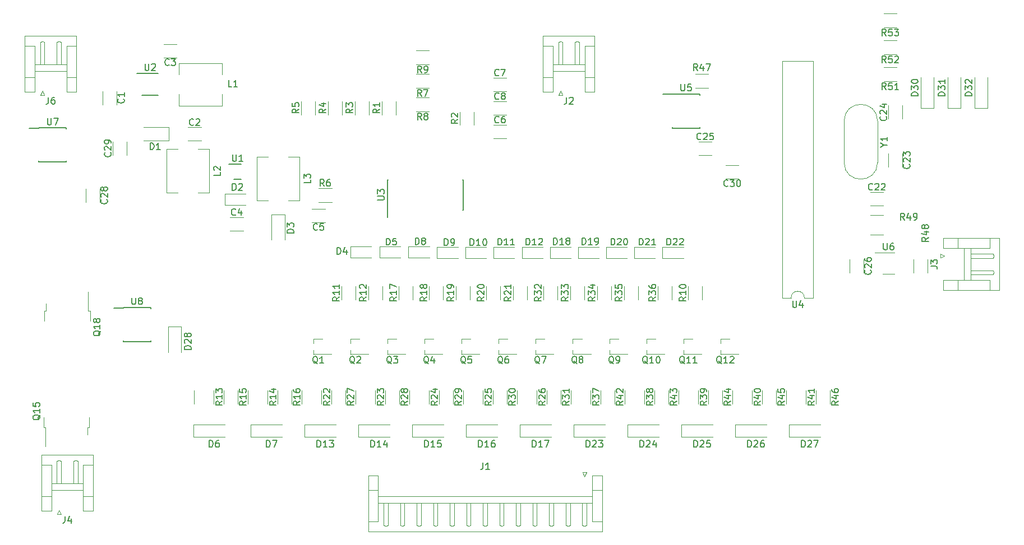
<source format=gbr>
G04 #@! TF.FileFunction,Legend,Top*
%FSLAX46Y46*%
G04 Gerber Fmt 4.6, Leading zero omitted, Abs format (unit mm)*
G04 Created by KiCad (PCBNEW 4.0.6) date 09/22/17 22:57:48*
%MOMM*%
%LPD*%
G01*
G04 APERTURE LIST*
%ADD10C,0.100000*%
%ADD11C,0.120000*%
%ADD12C,0.150000*%
G04 APERTURE END LIST*
D10*
D11*
X88904000Y-67548000D02*
X88904000Y-65548000D01*
X86864000Y-65548000D02*
X86864000Y-67548000D01*
X101711000Y-70989000D02*
X99711000Y-70989000D01*
X99711000Y-73029000D02*
X101711000Y-73029000D01*
X96028000Y-60456000D02*
X98028000Y-60456000D01*
X98028000Y-58416000D02*
X96028000Y-58416000D01*
X108066080Y-84567840D02*
X106066080Y-84567840D01*
X106066080Y-86607840D02*
X108066080Y-86607840D01*
X118405400Y-85348000D02*
X120405400Y-85348000D01*
X120405400Y-83308000D02*
X118405400Y-83308000D01*
X147812000Y-70608000D02*
X145812000Y-70608000D01*
X145812000Y-72648000D02*
X147812000Y-72648000D01*
X147812000Y-63496000D02*
X145812000Y-63496000D01*
X145812000Y-65536000D02*
X147812000Y-65536000D01*
X147812000Y-67052000D02*
X145812000Y-67052000D01*
X145812000Y-69092000D02*
X147812000Y-69092000D01*
X204708000Y-80768000D02*
X202708000Y-80768000D01*
X202708000Y-82808000D02*
X204708000Y-82808000D01*
X207522000Y-76946000D02*
X207522000Y-74946000D01*
X205482000Y-74946000D02*
X205482000Y-76946000D01*
X205482000Y-67707000D02*
X205482000Y-69707000D01*
X207522000Y-69707000D02*
X207522000Y-67707000D01*
X178800000Y-73148000D02*
X176800000Y-73148000D01*
X176800000Y-75188000D02*
X178800000Y-75188000D01*
X201680000Y-92948000D02*
X201680000Y-90948000D01*
X199640000Y-90948000D02*
X199640000Y-92948000D01*
X86364000Y-82280000D02*
X86364000Y-80280000D01*
X84324000Y-80280000D02*
X84324000Y-82280000D01*
X88388000Y-73168000D02*
X88388000Y-75168000D01*
X90428000Y-75168000D02*
X90428000Y-73168000D01*
X180864000Y-78744000D02*
X182864000Y-78744000D01*
X182864000Y-76704000D02*
X180864000Y-76704000D01*
X96815000Y-73009000D02*
X96815000Y-71009000D01*
X96815000Y-71009000D02*
X92965000Y-71009000D01*
X96815000Y-73009000D02*
X92965000Y-73009000D01*
X105252440Y-81049760D02*
X105252440Y-82749760D01*
X105252440Y-82749760D02*
X108402440Y-82749760D01*
X105252440Y-81049760D02*
X108402440Y-81049760D01*
X114309400Y-84160000D02*
X112309400Y-84160000D01*
X112309400Y-84160000D02*
X112309400Y-88010000D01*
X114309400Y-84160000D02*
X114309400Y-88010000D01*
X124236400Y-89002500D02*
X124236400Y-90702500D01*
X124236400Y-90702500D02*
X127386400Y-90702500D01*
X124236400Y-89002500D02*
X127386400Y-89002500D01*
X128617900Y-89002500D02*
X128617900Y-90702500D01*
X128617900Y-90702500D02*
X131767900Y-90702500D01*
X128617900Y-89002500D02*
X131767900Y-89002500D01*
X100557400Y-115890000D02*
X100557400Y-117790000D01*
X100557400Y-117790000D02*
X105257400Y-117790000D01*
X100557400Y-115890000D02*
X105257400Y-115890000D01*
X109193400Y-115890000D02*
X109193400Y-117790000D01*
X109193400Y-117790000D02*
X113893400Y-117790000D01*
X109193400Y-115890000D02*
X113893400Y-115890000D01*
X132999400Y-89002500D02*
X132999400Y-90702500D01*
X132999400Y-90702500D02*
X136149400Y-90702500D01*
X132999400Y-89002500D02*
X136149400Y-89002500D01*
X137317400Y-89066000D02*
X137317400Y-90766000D01*
X137317400Y-90766000D02*
X140467400Y-90766000D01*
X137317400Y-89066000D02*
X140467400Y-89066000D01*
X141571900Y-89066000D02*
X141571900Y-90766000D01*
X141571900Y-90766000D02*
X144721900Y-90766000D01*
X141571900Y-89066000D02*
X144721900Y-89066000D01*
X145826400Y-89066000D02*
X145826400Y-90766000D01*
X145826400Y-90766000D02*
X148976400Y-90766000D01*
X145826400Y-89066000D02*
X148976400Y-89066000D01*
X150144400Y-89066000D02*
X150144400Y-90766000D01*
X150144400Y-90766000D02*
X153294400Y-90766000D01*
X150144400Y-89066000D02*
X153294400Y-89066000D01*
X117321400Y-115890000D02*
X117321400Y-117790000D01*
X117321400Y-117790000D02*
X122021400Y-117790000D01*
X117321400Y-115890000D02*
X122021400Y-115890000D01*
X125449400Y-115890000D02*
X125449400Y-117790000D01*
X125449400Y-117790000D02*
X130149400Y-117790000D01*
X125449400Y-115890000D02*
X130149400Y-115890000D01*
X133577400Y-115890000D02*
X133577400Y-117790000D01*
X133577400Y-117790000D02*
X138277400Y-117790000D01*
X133577400Y-115890000D02*
X138277400Y-115890000D01*
X141705400Y-115890000D02*
X141705400Y-117790000D01*
X141705400Y-117790000D02*
X146405400Y-117790000D01*
X141705400Y-115890000D02*
X146405400Y-115890000D01*
X149833400Y-115890000D02*
X149833400Y-117790000D01*
X149833400Y-117790000D02*
X154533400Y-117790000D01*
X149833400Y-115890000D02*
X154533400Y-115890000D01*
X154398900Y-89066000D02*
X154398900Y-90766000D01*
X154398900Y-90766000D02*
X157548900Y-90766000D01*
X154398900Y-89066000D02*
X157548900Y-89066000D01*
X158589900Y-89066000D02*
X158589900Y-90766000D01*
X158589900Y-90766000D02*
X161739900Y-90766000D01*
X158589900Y-89066000D02*
X161739900Y-89066000D01*
X162844400Y-89066000D02*
X162844400Y-90766000D01*
X162844400Y-90766000D02*
X165994400Y-90766000D01*
X162844400Y-89066000D02*
X165994400Y-89066000D01*
X167098900Y-89066000D02*
X167098900Y-90766000D01*
X167098900Y-90766000D02*
X170248900Y-90766000D01*
X167098900Y-89066000D02*
X170248900Y-89066000D01*
X171353400Y-89066000D02*
X171353400Y-90766000D01*
X171353400Y-90766000D02*
X174503400Y-90766000D01*
X171353400Y-89066000D02*
X174503400Y-89066000D01*
X157961400Y-115890000D02*
X157961400Y-117790000D01*
X157961400Y-117790000D02*
X162661400Y-117790000D01*
X157961400Y-115890000D02*
X162661400Y-115890000D01*
X166089400Y-115890000D02*
X166089400Y-117790000D01*
X166089400Y-117790000D02*
X170789400Y-117790000D01*
X166089400Y-115890000D02*
X170789400Y-115890000D01*
X174217400Y-115890000D02*
X174217400Y-117790000D01*
X174217400Y-117790000D02*
X178917400Y-117790000D01*
X174217400Y-115890000D02*
X178917400Y-115890000D01*
X182345400Y-115890000D02*
X182345400Y-117790000D01*
X182345400Y-117790000D02*
X187045400Y-117790000D01*
X182345400Y-115890000D02*
X187045400Y-115890000D01*
X190473400Y-115890000D02*
X190473400Y-117790000D01*
X190473400Y-117790000D02*
X195173400Y-117790000D01*
X190473400Y-115890000D02*
X195173400Y-115890000D01*
X210378000Y-68124000D02*
X212278000Y-68124000D01*
X212278000Y-68124000D02*
X212278000Y-63424000D01*
X210378000Y-68124000D02*
X210378000Y-63424000D01*
X214442000Y-68124000D02*
X216342000Y-68124000D01*
X216342000Y-68124000D02*
X216342000Y-63424000D01*
X214442000Y-68124000D02*
X214442000Y-63424000D01*
X218506000Y-68124000D02*
X220406000Y-68124000D01*
X220406000Y-68124000D02*
X220406000Y-63424000D01*
X218506000Y-68124000D02*
X218506000Y-63424000D01*
X154806000Y-63458000D02*
X154806000Y-65658000D01*
X154806000Y-65658000D02*
X153306000Y-65658000D01*
X153306000Y-65658000D02*
X153306000Y-57158000D01*
X153306000Y-57158000D02*
X161106000Y-57158000D01*
X161106000Y-57158000D02*
X161106000Y-65658000D01*
X161106000Y-65658000D02*
X159606000Y-65658000D01*
X159606000Y-65658000D02*
X159606000Y-63458000D01*
X153306000Y-58658000D02*
X154806000Y-58658000D01*
X154806000Y-58658000D02*
X154806000Y-63458000D01*
X154806000Y-63458000D02*
X153306000Y-63458000D01*
X161106000Y-58658000D02*
X159606000Y-58658000D01*
X159606000Y-58658000D02*
X159606000Y-63458000D01*
X159606000Y-63458000D02*
X161106000Y-63458000D01*
X154806000Y-61508000D02*
X159606000Y-61508000D01*
X154806000Y-62508000D02*
X159606000Y-62508000D01*
X155956000Y-61508000D02*
X155636000Y-61508000D01*
X155636000Y-61508000D02*
X155636000Y-58088000D01*
X155636000Y-58088000D02*
X155956000Y-58008000D01*
X155956000Y-58008000D02*
X156276000Y-58088000D01*
X156276000Y-58088000D02*
X156276000Y-61508000D01*
X156276000Y-61508000D02*
X155956000Y-61508000D01*
X158456000Y-61508000D02*
X158136000Y-61508000D01*
X158136000Y-61508000D02*
X158136000Y-58088000D01*
X158136000Y-58088000D02*
X158456000Y-58008000D01*
X158456000Y-58008000D02*
X158776000Y-58088000D01*
X158776000Y-58088000D02*
X158776000Y-61508000D01*
X158776000Y-61508000D02*
X158456000Y-61508000D01*
X155956000Y-65508000D02*
X155656000Y-66108000D01*
X155656000Y-66108000D02*
X156256000Y-66108000D01*
X156256000Y-66108000D02*
X155956000Y-65508000D01*
X98300000Y-63016000D02*
X98300000Y-61316000D01*
X98300000Y-61316000D02*
X104900000Y-61316000D01*
X104900000Y-61316000D02*
X104900000Y-63016000D01*
X104900000Y-66016000D02*
X104900000Y-67716000D01*
X104900000Y-67716000D02*
X98300000Y-67716000D01*
X98300000Y-67716000D02*
X98300000Y-66016000D01*
X98195000Y-80897000D02*
X96495000Y-80897000D01*
X96495000Y-80897000D02*
X96495000Y-74297000D01*
X96495000Y-74297000D02*
X98195000Y-74297000D01*
X101195000Y-74297000D02*
X102895000Y-74297000D01*
X102895000Y-74297000D02*
X102895000Y-80897000D01*
X102895000Y-80897000D02*
X101195000Y-80897000D01*
X111809400Y-82040000D02*
X110109400Y-82040000D01*
X110109400Y-82040000D02*
X110109400Y-75440000D01*
X110109400Y-75440000D02*
X111809400Y-75440000D01*
X114809400Y-75440000D02*
X116509400Y-75440000D01*
X116509400Y-75440000D02*
X116509400Y-82040000D01*
X116509400Y-82040000D02*
X114809400Y-82040000D01*
X118645000Y-103640000D02*
X118645000Y-102980000D01*
X118645000Y-105310000D02*
X118645000Y-104640000D01*
X118645000Y-105300000D02*
X121380000Y-105300000D01*
X120055000Y-102980000D02*
X118645000Y-102980000D01*
X124233000Y-103640000D02*
X124233000Y-102980000D01*
X124233000Y-105310000D02*
X124233000Y-104640000D01*
X124233000Y-105300000D02*
X126968000Y-105300000D01*
X125643000Y-102980000D02*
X124233000Y-102980000D01*
X129821000Y-103640000D02*
X129821000Y-102980000D01*
X129821000Y-105310000D02*
X129821000Y-104640000D01*
X129821000Y-105300000D02*
X132556000Y-105300000D01*
X131231000Y-102980000D02*
X129821000Y-102980000D01*
X135409000Y-103640000D02*
X135409000Y-102980000D01*
X135409000Y-105310000D02*
X135409000Y-104640000D01*
X135409000Y-105300000D02*
X138144000Y-105300000D01*
X136819000Y-102980000D02*
X135409000Y-102980000D01*
X140997000Y-103640000D02*
X140997000Y-102980000D01*
X140997000Y-105310000D02*
X140997000Y-104640000D01*
X140997000Y-105300000D02*
X143732000Y-105300000D01*
X142407000Y-102980000D02*
X140997000Y-102980000D01*
X146585000Y-103640000D02*
X146585000Y-102980000D01*
X146585000Y-105310000D02*
X146585000Y-104640000D01*
X146585000Y-105300000D02*
X149320000Y-105300000D01*
X147995000Y-102980000D02*
X146585000Y-102980000D01*
X152173000Y-103640000D02*
X152173000Y-102980000D01*
X152173000Y-105310000D02*
X152173000Y-104640000D01*
X152173000Y-105300000D02*
X154908000Y-105300000D01*
X153583000Y-102980000D02*
X152173000Y-102980000D01*
X157796560Y-103632380D02*
X157796560Y-102972380D01*
X157796560Y-105302380D02*
X157796560Y-104632380D01*
X157796560Y-105292380D02*
X160531560Y-105292380D01*
X159206560Y-102972380D02*
X157796560Y-102972380D01*
X163349000Y-103640000D02*
X163349000Y-102980000D01*
X163349000Y-105310000D02*
X163349000Y-104640000D01*
X163349000Y-105300000D02*
X166084000Y-105300000D01*
X164759000Y-102980000D02*
X163349000Y-102980000D01*
X168937000Y-103640000D02*
X168937000Y-102980000D01*
X168937000Y-105310000D02*
X168937000Y-104640000D01*
X168937000Y-105300000D02*
X171672000Y-105300000D01*
X170347000Y-102980000D02*
X168937000Y-102980000D01*
X174525000Y-103640000D02*
X174525000Y-102980000D01*
X174525000Y-105310000D02*
X174525000Y-104640000D01*
X174525000Y-105300000D02*
X177260000Y-105300000D01*
X175935000Y-102980000D02*
X174525000Y-102980000D01*
X180113000Y-103640000D02*
X180113000Y-102980000D01*
X180113000Y-105310000D02*
X180113000Y-104640000D01*
X180113000Y-105300000D02*
X182848000Y-105300000D01*
X181523000Y-102980000D02*
X180113000Y-102980000D01*
X77906200Y-114863600D02*
X77906200Y-116363600D01*
X77906200Y-116363600D02*
X78176200Y-116363600D01*
X78176200Y-116363600D02*
X78176200Y-119193600D01*
X84806200Y-114863600D02*
X84806200Y-116363600D01*
X84806200Y-116363600D02*
X84536200Y-116363600D01*
X84536200Y-116363600D02*
X84536200Y-117463600D01*
X131118000Y-67072000D02*
X131118000Y-69072000D01*
X128978000Y-69072000D02*
X128978000Y-67072000D01*
X142916300Y-68646800D02*
X142916300Y-70646800D01*
X140776300Y-70646800D02*
X140776300Y-68646800D01*
X127054000Y-67072000D02*
X127054000Y-69072000D01*
X124914000Y-69072000D02*
X124914000Y-67072000D01*
X122990000Y-67072000D02*
X122990000Y-69072000D01*
X120850000Y-69072000D02*
X120850000Y-67072000D01*
X118926000Y-67072000D02*
X118926000Y-69072000D01*
X116786000Y-69072000D02*
X116786000Y-67072000D01*
X121421400Y-82350000D02*
X119421400Y-82350000D01*
X119421400Y-80210000D02*
X121421400Y-80210000D01*
X134128000Y-62938000D02*
X136128000Y-62938000D01*
X136128000Y-65078000D02*
X134128000Y-65078000D01*
X134128000Y-66494000D02*
X136128000Y-66494000D01*
X136128000Y-68634000D02*
X134128000Y-68634000D01*
X134128000Y-59382000D02*
X136128000Y-59382000D01*
X136128000Y-61522000D02*
X134128000Y-61522000D01*
X177371400Y-95012000D02*
X177371400Y-97012000D01*
X175231400Y-97012000D02*
X175231400Y-95012000D01*
X125047400Y-95012000D02*
X125047400Y-97012000D01*
X122907400Y-97012000D02*
X122907400Y-95012000D01*
X129111400Y-95012000D02*
X129111400Y-97012000D01*
X126971400Y-97012000D02*
X126971400Y-95012000D01*
X100653400Y-112760000D02*
X100653400Y-110760000D01*
X103613400Y-110760000D02*
X103613400Y-112760000D01*
X108781400Y-112760000D02*
X108781400Y-110760000D01*
X111741400Y-110760000D02*
X111741400Y-112760000D01*
X105127400Y-112760000D02*
X105127400Y-110760000D01*
X107267400Y-110760000D02*
X107267400Y-112760000D01*
X113255400Y-112760000D02*
X113255400Y-110760000D01*
X115395400Y-110760000D02*
X115395400Y-112760000D01*
X133683400Y-95012000D02*
X133683400Y-97012000D01*
X131543400Y-97012000D02*
X131543400Y-95012000D01*
X138255400Y-95012000D02*
X138255400Y-97012000D01*
X136115400Y-97012000D02*
X136115400Y-95012000D01*
X142319400Y-95012000D02*
X142319400Y-97012000D01*
X140179400Y-97012000D02*
X140179400Y-95012000D01*
X146891400Y-95012000D02*
X146891400Y-97012000D01*
X144751400Y-97012000D02*
X144751400Y-95012000D01*
X150955400Y-95012000D02*
X150955400Y-97012000D01*
X148815400Y-97012000D02*
X148815400Y-95012000D01*
X116909400Y-112760000D02*
X116909400Y-110760000D01*
X119869400Y-110760000D02*
X119869400Y-112760000D01*
X125037400Y-112760000D02*
X125037400Y-110760000D01*
X127997400Y-110760000D02*
X127997400Y-112760000D01*
X133165400Y-112760000D02*
X133165400Y-110760000D01*
X136125400Y-110760000D02*
X136125400Y-112760000D01*
X141293400Y-112760000D02*
X141293400Y-110760000D01*
X144253400Y-110760000D02*
X144253400Y-112760000D01*
X149421400Y-112760000D02*
X149421400Y-110760000D01*
X152381400Y-110760000D02*
X152381400Y-112760000D01*
X121383400Y-112760000D02*
X121383400Y-110760000D01*
X123523400Y-110760000D02*
X123523400Y-112760000D01*
X129511400Y-112760000D02*
X129511400Y-110760000D01*
X131651400Y-110760000D02*
X131651400Y-112760000D01*
X137639400Y-112760000D02*
X137639400Y-110760000D01*
X139779400Y-110760000D02*
X139779400Y-112760000D01*
X145767400Y-112760000D02*
X145767400Y-110760000D01*
X147907400Y-110760000D02*
X147907400Y-112760000D01*
X153895400Y-112760000D02*
X153895400Y-110760000D01*
X156035400Y-110760000D02*
X156035400Y-112760000D01*
X155527400Y-95012000D02*
X155527400Y-97012000D01*
X153387400Y-97012000D02*
X153387400Y-95012000D01*
X159591400Y-95012000D02*
X159591400Y-97012000D01*
X157451400Y-97012000D02*
X157451400Y-95012000D01*
X163655400Y-95012000D02*
X163655400Y-97012000D01*
X161515400Y-97012000D02*
X161515400Y-95012000D01*
X167719400Y-95012000D02*
X167719400Y-97012000D01*
X165579400Y-97012000D02*
X165579400Y-95012000D01*
X172799400Y-95012000D02*
X172799400Y-97012000D01*
X170659400Y-97012000D02*
X170659400Y-95012000D01*
X157549400Y-112760000D02*
X157549400Y-110760000D01*
X160509400Y-110760000D02*
X160509400Y-112760000D01*
X165677400Y-112760000D02*
X165677400Y-110760000D01*
X168637400Y-110760000D02*
X168637400Y-112760000D01*
X173805400Y-112760000D02*
X173805400Y-110760000D01*
X176765400Y-110760000D02*
X176765400Y-112760000D01*
X181933400Y-112760000D02*
X181933400Y-110760000D01*
X184893400Y-110760000D02*
X184893400Y-112760000D01*
X190061400Y-112760000D02*
X190061400Y-110760000D01*
X193021400Y-110760000D02*
X193021400Y-112760000D01*
X162023400Y-112760000D02*
X162023400Y-110760000D01*
X164163400Y-110760000D02*
X164163400Y-112760000D01*
X170151400Y-112760000D02*
X170151400Y-110760000D01*
X172291400Y-110760000D02*
X172291400Y-112760000D01*
X178279400Y-112760000D02*
X178279400Y-110760000D01*
X180419400Y-110760000D02*
X180419400Y-112760000D01*
X186407400Y-112760000D02*
X186407400Y-110760000D01*
X188547400Y-110760000D02*
X188547400Y-112760000D01*
X194535400Y-112760000D02*
X194535400Y-110760000D01*
X196675400Y-110760000D02*
X196675400Y-112760000D01*
X176292000Y-62938000D02*
X178292000Y-62938000D01*
X178292000Y-65078000D02*
X176292000Y-65078000D01*
X209242000Y-92948000D02*
X209242000Y-90948000D01*
X211382000Y-90948000D02*
X211382000Y-92948000D01*
X204740000Y-61922000D02*
X206740000Y-61922000D01*
X206740000Y-64062000D02*
X204740000Y-64062000D01*
X204740000Y-57858000D02*
X206740000Y-57858000D01*
X206740000Y-59998000D02*
X204740000Y-59998000D01*
X204740000Y-53794000D02*
X206740000Y-53794000D01*
X206740000Y-55934000D02*
X204740000Y-55934000D01*
D12*
X106613000Y-78849000D02*
X107763000Y-78849000D01*
X105838000Y-76599000D02*
X107763000Y-76599000D01*
X92755000Y-66166000D02*
X95205000Y-66166000D01*
X92030000Y-62866000D02*
X95205000Y-62866000D01*
X129809400Y-83541500D02*
X129834400Y-83541500D01*
X129809400Y-78891500D02*
X129916900Y-78891500D01*
X141259400Y-78891500D02*
X141151900Y-78891500D01*
X141259400Y-83541500D02*
X141151900Y-83541500D01*
X129809400Y-83541500D02*
X129809400Y-78891500D01*
X141259400Y-83541500D02*
X141259400Y-78891500D01*
X129834400Y-83541500D02*
X129834400Y-84616500D01*
D11*
X192770000Y-96767000D02*
X194140000Y-96767000D01*
X194140000Y-96767000D02*
X194140000Y-60967000D01*
X194140000Y-60967000D02*
X189400000Y-60967000D01*
X189400000Y-60967000D02*
X189400000Y-96767000D01*
X189400000Y-96767000D02*
X190770000Y-96767000D01*
X190770000Y-96767000D02*
G75*
G02X192770000Y-96767000I1000000J0D01*
G01*
X204575840Y-93171920D02*
X206375840Y-93171920D01*
X206375840Y-89951920D02*
X203425840Y-89951920D01*
X203820000Y-70054000D02*
X203820000Y-76304000D01*
X198770000Y-70054000D02*
X198770000Y-76304000D01*
X198770000Y-70054000D02*
G75*
G02X203820000Y-70054000I2525000J0D01*
G01*
X198770000Y-76304000D02*
G75*
G03X203820000Y-76304000I2525000J0D01*
G01*
X84933200Y-100223600D02*
X84933200Y-98723600D01*
X84933200Y-98723600D02*
X84663200Y-98723600D01*
X84663200Y-98723600D02*
X84663200Y-95893600D01*
X78033200Y-100223600D02*
X78033200Y-98723600D01*
X78033200Y-98723600D02*
X78303200Y-98723600D01*
X78303200Y-98723600D02*
X78303200Y-97623600D01*
D12*
X77173000Y-71085000D02*
X77173000Y-71135000D01*
X81323000Y-71085000D02*
X81323000Y-71230000D01*
X81323000Y-76235000D02*
X81323000Y-76090000D01*
X77173000Y-76235000D02*
X77173000Y-76090000D01*
X77173000Y-71085000D02*
X81323000Y-71085000D01*
X77173000Y-76235000D02*
X81323000Y-76235000D01*
X77173000Y-71135000D02*
X75773000Y-71135000D01*
D11*
X160725500Y-125810100D02*
X160725500Y-123610100D01*
X160725500Y-123610100D02*
X162225500Y-123610100D01*
X162225500Y-123610100D02*
X162225500Y-132110100D01*
X162225500Y-132110100D02*
X126925500Y-132110100D01*
X126925500Y-132110100D02*
X126925500Y-123610100D01*
X126925500Y-123610100D02*
X128425500Y-123610100D01*
X128425500Y-123610100D02*
X128425500Y-125810100D01*
X162225500Y-130610100D02*
X160725500Y-130610100D01*
X160725500Y-130610100D02*
X160725500Y-125810100D01*
X160725500Y-125810100D02*
X162225500Y-125810100D01*
X126925500Y-130610100D02*
X128425500Y-130610100D01*
X128425500Y-130610100D02*
X128425500Y-125810100D01*
X128425500Y-125810100D02*
X126925500Y-125810100D01*
X160725500Y-127760100D02*
X128425500Y-127760100D01*
X160725500Y-126760100D02*
X128425500Y-126760100D01*
X159575500Y-127760100D02*
X159895500Y-127760100D01*
X159895500Y-127760100D02*
X159895500Y-131180100D01*
X159895500Y-131180100D02*
X159575500Y-131260100D01*
X159575500Y-131260100D02*
X159255500Y-131180100D01*
X159255500Y-131180100D02*
X159255500Y-127760100D01*
X159255500Y-127760100D02*
X159575500Y-127760100D01*
X157075500Y-127760100D02*
X157395500Y-127760100D01*
X157395500Y-127760100D02*
X157395500Y-131180100D01*
X157395500Y-131180100D02*
X157075500Y-131260100D01*
X157075500Y-131260100D02*
X156755500Y-131180100D01*
X156755500Y-131180100D02*
X156755500Y-127760100D01*
X156755500Y-127760100D02*
X157075500Y-127760100D01*
X154575500Y-127760100D02*
X154895500Y-127760100D01*
X154895500Y-127760100D02*
X154895500Y-131180100D01*
X154895500Y-131180100D02*
X154575500Y-131260100D01*
X154575500Y-131260100D02*
X154255500Y-131180100D01*
X154255500Y-131180100D02*
X154255500Y-127760100D01*
X154255500Y-127760100D02*
X154575500Y-127760100D01*
X152075500Y-127760100D02*
X152395500Y-127760100D01*
X152395500Y-127760100D02*
X152395500Y-131180100D01*
X152395500Y-131180100D02*
X152075500Y-131260100D01*
X152075500Y-131260100D02*
X151755500Y-131180100D01*
X151755500Y-131180100D02*
X151755500Y-127760100D01*
X151755500Y-127760100D02*
X152075500Y-127760100D01*
X149575500Y-127760100D02*
X149895500Y-127760100D01*
X149895500Y-127760100D02*
X149895500Y-131180100D01*
X149895500Y-131180100D02*
X149575500Y-131260100D01*
X149575500Y-131260100D02*
X149255500Y-131180100D01*
X149255500Y-131180100D02*
X149255500Y-127760100D01*
X149255500Y-127760100D02*
X149575500Y-127760100D01*
X147075500Y-127760100D02*
X147395500Y-127760100D01*
X147395500Y-127760100D02*
X147395500Y-131180100D01*
X147395500Y-131180100D02*
X147075500Y-131260100D01*
X147075500Y-131260100D02*
X146755500Y-131180100D01*
X146755500Y-131180100D02*
X146755500Y-127760100D01*
X146755500Y-127760100D02*
X147075500Y-127760100D01*
X144575500Y-127760100D02*
X144895500Y-127760100D01*
X144895500Y-127760100D02*
X144895500Y-131180100D01*
X144895500Y-131180100D02*
X144575500Y-131260100D01*
X144575500Y-131260100D02*
X144255500Y-131180100D01*
X144255500Y-131180100D02*
X144255500Y-127760100D01*
X144255500Y-127760100D02*
X144575500Y-127760100D01*
X142075500Y-127760100D02*
X142395500Y-127760100D01*
X142395500Y-127760100D02*
X142395500Y-131180100D01*
X142395500Y-131180100D02*
X142075500Y-131260100D01*
X142075500Y-131260100D02*
X141755500Y-131180100D01*
X141755500Y-131180100D02*
X141755500Y-127760100D01*
X141755500Y-127760100D02*
X142075500Y-127760100D01*
X139575500Y-127760100D02*
X139895500Y-127760100D01*
X139895500Y-127760100D02*
X139895500Y-131180100D01*
X139895500Y-131180100D02*
X139575500Y-131260100D01*
X139575500Y-131260100D02*
X139255500Y-131180100D01*
X139255500Y-131180100D02*
X139255500Y-127760100D01*
X139255500Y-127760100D02*
X139575500Y-127760100D01*
X137075500Y-127760100D02*
X137395500Y-127760100D01*
X137395500Y-127760100D02*
X137395500Y-131180100D01*
X137395500Y-131180100D02*
X137075500Y-131260100D01*
X137075500Y-131260100D02*
X136755500Y-131180100D01*
X136755500Y-131180100D02*
X136755500Y-127760100D01*
X136755500Y-127760100D02*
X137075500Y-127760100D01*
X134575500Y-127760100D02*
X134895500Y-127760100D01*
X134895500Y-127760100D02*
X134895500Y-131180100D01*
X134895500Y-131180100D02*
X134575500Y-131260100D01*
X134575500Y-131260100D02*
X134255500Y-131180100D01*
X134255500Y-131180100D02*
X134255500Y-127760100D01*
X134255500Y-127760100D02*
X134575500Y-127760100D01*
X132075500Y-127760100D02*
X132395500Y-127760100D01*
X132395500Y-127760100D02*
X132395500Y-131180100D01*
X132395500Y-131180100D02*
X132075500Y-131260100D01*
X132075500Y-131260100D02*
X131755500Y-131180100D01*
X131755500Y-131180100D02*
X131755500Y-127760100D01*
X131755500Y-127760100D02*
X132075500Y-127760100D01*
X129575500Y-127760100D02*
X129895500Y-127760100D01*
X129895500Y-127760100D02*
X129895500Y-131180100D01*
X129895500Y-131180100D02*
X129575500Y-131260100D01*
X129575500Y-131260100D02*
X129255500Y-131180100D01*
X129255500Y-131180100D02*
X129255500Y-127760100D01*
X129255500Y-127760100D02*
X129575500Y-127760100D01*
X159575500Y-123760100D02*
X159875500Y-123160100D01*
X159875500Y-123160100D02*
X159275500Y-123160100D01*
X159275500Y-123160100D02*
X159575500Y-123760100D01*
X215942000Y-89274000D02*
X213742000Y-89274000D01*
X213742000Y-89274000D02*
X213742000Y-87774000D01*
X213742000Y-87774000D02*
X222242000Y-87774000D01*
X222242000Y-87774000D02*
X222242000Y-95574000D01*
X222242000Y-95574000D02*
X213742000Y-95574000D01*
X213742000Y-95574000D02*
X213742000Y-94074000D01*
X213742000Y-94074000D02*
X215942000Y-94074000D01*
X220742000Y-87774000D02*
X220742000Y-89274000D01*
X220742000Y-89274000D02*
X215942000Y-89274000D01*
X215942000Y-89274000D02*
X215942000Y-87774000D01*
X220742000Y-95574000D02*
X220742000Y-94074000D01*
X220742000Y-94074000D02*
X215942000Y-94074000D01*
X215942000Y-94074000D02*
X215942000Y-95574000D01*
X217892000Y-89274000D02*
X217892000Y-94074000D01*
X216892000Y-89274000D02*
X216892000Y-94074000D01*
X217892000Y-90424000D02*
X217892000Y-90104000D01*
X217892000Y-90104000D02*
X221312000Y-90104000D01*
X221312000Y-90104000D02*
X221392000Y-90424000D01*
X221392000Y-90424000D02*
X221312000Y-90744000D01*
X221312000Y-90744000D02*
X217892000Y-90744000D01*
X217892000Y-90744000D02*
X217892000Y-90424000D01*
X217892000Y-92924000D02*
X217892000Y-92604000D01*
X217892000Y-92604000D02*
X221312000Y-92604000D01*
X221312000Y-92604000D02*
X221392000Y-92924000D01*
X221392000Y-92924000D02*
X221312000Y-93244000D01*
X221312000Y-93244000D02*
X217892000Y-93244000D01*
X217892000Y-93244000D02*
X217892000Y-92924000D01*
X213892000Y-90424000D02*
X213292000Y-90124000D01*
X213292000Y-90124000D02*
X213292000Y-90724000D01*
X213292000Y-90724000D02*
X213892000Y-90424000D01*
X79088600Y-126805600D02*
X79088600Y-129005600D01*
X79088600Y-129005600D02*
X77588600Y-129005600D01*
X77588600Y-129005600D02*
X77588600Y-120505600D01*
X77588600Y-120505600D02*
X85388600Y-120505600D01*
X85388600Y-120505600D02*
X85388600Y-129005600D01*
X85388600Y-129005600D02*
X83888600Y-129005600D01*
X83888600Y-129005600D02*
X83888600Y-126805600D01*
X77588600Y-122005600D02*
X79088600Y-122005600D01*
X79088600Y-122005600D02*
X79088600Y-126805600D01*
X79088600Y-126805600D02*
X77588600Y-126805600D01*
X85388600Y-122005600D02*
X83888600Y-122005600D01*
X83888600Y-122005600D02*
X83888600Y-126805600D01*
X83888600Y-126805600D02*
X85388600Y-126805600D01*
X79088600Y-124855600D02*
X83888600Y-124855600D01*
X79088600Y-125855600D02*
X83888600Y-125855600D01*
X80238600Y-124855600D02*
X79918600Y-124855600D01*
X79918600Y-124855600D02*
X79918600Y-121435600D01*
X79918600Y-121435600D02*
X80238600Y-121355600D01*
X80238600Y-121355600D02*
X80558600Y-121435600D01*
X80558600Y-121435600D02*
X80558600Y-124855600D01*
X80558600Y-124855600D02*
X80238600Y-124855600D01*
X82738600Y-124855600D02*
X82418600Y-124855600D01*
X82418600Y-124855600D02*
X82418600Y-121435600D01*
X82418600Y-121435600D02*
X82738600Y-121355600D01*
X82738600Y-121355600D02*
X83058600Y-121435600D01*
X83058600Y-121435600D02*
X83058600Y-124855600D01*
X83058600Y-124855600D02*
X82738600Y-124855600D01*
X80238600Y-128855600D02*
X79938600Y-129455600D01*
X79938600Y-129455600D02*
X80538600Y-129455600D01*
X80538600Y-129455600D02*
X80238600Y-128855600D01*
X76574000Y-63458000D02*
X76574000Y-65658000D01*
X76574000Y-65658000D02*
X75074000Y-65658000D01*
X75074000Y-65658000D02*
X75074000Y-57158000D01*
X75074000Y-57158000D02*
X82874000Y-57158000D01*
X82874000Y-57158000D02*
X82874000Y-65658000D01*
X82874000Y-65658000D02*
X81374000Y-65658000D01*
X81374000Y-65658000D02*
X81374000Y-63458000D01*
X75074000Y-58658000D02*
X76574000Y-58658000D01*
X76574000Y-58658000D02*
X76574000Y-63458000D01*
X76574000Y-63458000D02*
X75074000Y-63458000D01*
X82874000Y-58658000D02*
X81374000Y-58658000D01*
X81374000Y-58658000D02*
X81374000Y-63458000D01*
X81374000Y-63458000D02*
X82874000Y-63458000D01*
X76574000Y-61508000D02*
X81374000Y-61508000D01*
X76574000Y-62508000D02*
X81374000Y-62508000D01*
X77724000Y-61508000D02*
X77404000Y-61508000D01*
X77404000Y-61508000D02*
X77404000Y-58088000D01*
X77404000Y-58088000D02*
X77724000Y-58008000D01*
X77724000Y-58008000D02*
X78044000Y-58088000D01*
X78044000Y-58088000D02*
X78044000Y-61508000D01*
X78044000Y-61508000D02*
X77724000Y-61508000D01*
X80224000Y-61508000D02*
X79904000Y-61508000D01*
X79904000Y-61508000D02*
X79904000Y-58088000D01*
X79904000Y-58088000D02*
X80224000Y-58008000D01*
X80224000Y-58008000D02*
X80544000Y-58088000D01*
X80544000Y-58088000D02*
X80544000Y-61508000D01*
X80544000Y-61508000D02*
X80224000Y-61508000D01*
X77724000Y-65508000D02*
X77424000Y-66108000D01*
X77424000Y-66108000D02*
X78024000Y-66108000D01*
X78024000Y-66108000D02*
X77724000Y-65508000D01*
D12*
X172819240Y-65959280D02*
X172819240Y-66009280D01*
X176969240Y-65959280D02*
X176969240Y-66104280D01*
X176969240Y-71109280D02*
X176969240Y-70964280D01*
X172819240Y-71109280D02*
X172819240Y-70964280D01*
X172819240Y-65959280D02*
X176969240Y-65959280D01*
X172819240Y-71109280D02*
X176969240Y-71109280D01*
X172819240Y-66009280D02*
X171419240Y-66009280D01*
D11*
X98713800Y-101102600D02*
X96713800Y-101102600D01*
X96713800Y-101102600D02*
X96713800Y-105002600D01*
X98713800Y-101102600D02*
X98713800Y-105002600D01*
D12*
X89923800Y-98237600D02*
X89923800Y-98287600D01*
X94073800Y-98237600D02*
X94073800Y-98382600D01*
X94073800Y-103387600D02*
X94073800Y-103242600D01*
X89923800Y-103387600D02*
X89923800Y-103242600D01*
X89923800Y-98237600D02*
X94073800Y-98237600D01*
X89923800Y-103387600D02*
X94073800Y-103387600D01*
X89923800Y-98287600D02*
X88523800Y-98287600D01*
D11*
X204708000Y-87255800D02*
X202708000Y-87255800D01*
X202708000Y-84295800D02*
X204708000Y-84295800D01*
D12*
X89991143Y-66714666D02*
X90038762Y-66762285D01*
X90086381Y-66905142D01*
X90086381Y-67000380D01*
X90038762Y-67143238D01*
X89943524Y-67238476D01*
X89848286Y-67286095D01*
X89657810Y-67333714D01*
X89514952Y-67333714D01*
X89324476Y-67286095D01*
X89229238Y-67238476D01*
X89134000Y-67143238D01*
X89086381Y-67000380D01*
X89086381Y-66905142D01*
X89134000Y-66762285D01*
X89181619Y-66714666D01*
X90086381Y-65762285D02*
X90086381Y-66333714D01*
X90086381Y-66048000D02*
X89086381Y-66048000D01*
X89229238Y-66143238D01*
X89324476Y-66238476D01*
X89372095Y-66333714D01*
X100544334Y-70616143D02*
X100496715Y-70663762D01*
X100353858Y-70711381D01*
X100258620Y-70711381D01*
X100115762Y-70663762D01*
X100020524Y-70568524D01*
X99972905Y-70473286D01*
X99925286Y-70282810D01*
X99925286Y-70139952D01*
X99972905Y-69949476D01*
X100020524Y-69854238D01*
X100115762Y-69759000D01*
X100258620Y-69711381D01*
X100353858Y-69711381D01*
X100496715Y-69759000D01*
X100544334Y-69806619D01*
X100925286Y-69806619D02*
X100972905Y-69759000D01*
X101068143Y-69711381D01*
X101306239Y-69711381D01*
X101401477Y-69759000D01*
X101449096Y-69806619D01*
X101496715Y-69901857D01*
X101496715Y-69997095D01*
X101449096Y-70139952D01*
X100877667Y-70711381D01*
X101496715Y-70711381D01*
X96861334Y-61543143D02*
X96813715Y-61590762D01*
X96670858Y-61638381D01*
X96575620Y-61638381D01*
X96432762Y-61590762D01*
X96337524Y-61495524D01*
X96289905Y-61400286D01*
X96242286Y-61209810D01*
X96242286Y-61066952D01*
X96289905Y-60876476D01*
X96337524Y-60781238D01*
X96432762Y-60686000D01*
X96575620Y-60638381D01*
X96670858Y-60638381D01*
X96813715Y-60686000D01*
X96861334Y-60733619D01*
X97194667Y-60638381D02*
X97813715Y-60638381D01*
X97480381Y-61019333D01*
X97623239Y-61019333D01*
X97718477Y-61066952D01*
X97766096Y-61114571D01*
X97813715Y-61209810D01*
X97813715Y-61447905D01*
X97766096Y-61543143D01*
X97718477Y-61590762D01*
X97623239Y-61638381D01*
X97337524Y-61638381D01*
X97242286Y-61590762D01*
X97194667Y-61543143D01*
X106899414Y-84194983D02*
X106851795Y-84242602D01*
X106708938Y-84290221D01*
X106613700Y-84290221D01*
X106470842Y-84242602D01*
X106375604Y-84147364D01*
X106327985Y-84052126D01*
X106280366Y-83861650D01*
X106280366Y-83718792D01*
X106327985Y-83528316D01*
X106375604Y-83433078D01*
X106470842Y-83337840D01*
X106613700Y-83290221D01*
X106708938Y-83290221D01*
X106851795Y-83337840D01*
X106899414Y-83385459D01*
X107756557Y-83623554D02*
X107756557Y-84290221D01*
X107518461Y-83242602D02*
X107280366Y-83956888D01*
X107899414Y-83956888D01*
X119238734Y-86435143D02*
X119191115Y-86482762D01*
X119048258Y-86530381D01*
X118953020Y-86530381D01*
X118810162Y-86482762D01*
X118714924Y-86387524D01*
X118667305Y-86292286D01*
X118619686Y-86101810D01*
X118619686Y-85958952D01*
X118667305Y-85768476D01*
X118714924Y-85673238D01*
X118810162Y-85578000D01*
X118953020Y-85530381D01*
X119048258Y-85530381D01*
X119191115Y-85578000D01*
X119238734Y-85625619D01*
X120143496Y-85530381D02*
X119667305Y-85530381D01*
X119619686Y-86006571D01*
X119667305Y-85958952D01*
X119762543Y-85911333D01*
X120000639Y-85911333D01*
X120095877Y-85958952D01*
X120143496Y-86006571D01*
X120191115Y-86101810D01*
X120191115Y-86339905D01*
X120143496Y-86435143D01*
X120095877Y-86482762D01*
X120000639Y-86530381D01*
X119762543Y-86530381D01*
X119667305Y-86482762D01*
X119619686Y-86435143D01*
X146645334Y-70235143D02*
X146597715Y-70282762D01*
X146454858Y-70330381D01*
X146359620Y-70330381D01*
X146216762Y-70282762D01*
X146121524Y-70187524D01*
X146073905Y-70092286D01*
X146026286Y-69901810D01*
X146026286Y-69758952D01*
X146073905Y-69568476D01*
X146121524Y-69473238D01*
X146216762Y-69378000D01*
X146359620Y-69330381D01*
X146454858Y-69330381D01*
X146597715Y-69378000D01*
X146645334Y-69425619D01*
X147502477Y-69330381D02*
X147312000Y-69330381D01*
X147216762Y-69378000D01*
X147169143Y-69425619D01*
X147073905Y-69568476D01*
X147026286Y-69758952D01*
X147026286Y-70139905D01*
X147073905Y-70235143D01*
X147121524Y-70282762D01*
X147216762Y-70330381D01*
X147407239Y-70330381D01*
X147502477Y-70282762D01*
X147550096Y-70235143D01*
X147597715Y-70139905D01*
X147597715Y-69901810D01*
X147550096Y-69806571D01*
X147502477Y-69758952D01*
X147407239Y-69711333D01*
X147216762Y-69711333D01*
X147121524Y-69758952D01*
X147073905Y-69806571D01*
X147026286Y-69901810D01*
X146645334Y-63123143D02*
X146597715Y-63170762D01*
X146454858Y-63218381D01*
X146359620Y-63218381D01*
X146216762Y-63170762D01*
X146121524Y-63075524D01*
X146073905Y-62980286D01*
X146026286Y-62789810D01*
X146026286Y-62646952D01*
X146073905Y-62456476D01*
X146121524Y-62361238D01*
X146216762Y-62266000D01*
X146359620Y-62218381D01*
X146454858Y-62218381D01*
X146597715Y-62266000D01*
X146645334Y-62313619D01*
X146978667Y-62218381D02*
X147645334Y-62218381D01*
X147216762Y-63218381D01*
X146645334Y-66679143D02*
X146597715Y-66726762D01*
X146454858Y-66774381D01*
X146359620Y-66774381D01*
X146216762Y-66726762D01*
X146121524Y-66631524D01*
X146073905Y-66536286D01*
X146026286Y-66345810D01*
X146026286Y-66202952D01*
X146073905Y-66012476D01*
X146121524Y-65917238D01*
X146216762Y-65822000D01*
X146359620Y-65774381D01*
X146454858Y-65774381D01*
X146597715Y-65822000D01*
X146645334Y-65869619D01*
X147216762Y-66202952D02*
X147121524Y-66155333D01*
X147073905Y-66107714D01*
X147026286Y-66012476D01*
X147026286Y-65964857D01*
X147073905Y-65869619D01*
X147121524Y-65822000D01*
X147216762Y-65774381D01*
X147407239Y-65774381D01*
X147502477Y-65822000D01*
X147550096Y-65869619D01*
X147597715Y-65964857D01*
X147597715Y-66012476D01*
X147550096Y-66107714D01*
X147502477Y-66155333D01*
X147407239Y-66202952D01*
X147216762Y-66202952D01*
X147121524Y-66250571D01*
X147073905Y-66298190D01*
X147026286Y-66393429D01*
X147026286Y-66583905D01*
X147073905Y-66679143D01*
X147121524Y-66726762D01*
X147216762Y-66774381D01*
X147407239Y-66774381D01*
X147502477Y-66726762D01*
X147550096Y-66679143D01*
X147597715Y-66583905D01*
X147597715Y-66393429D01*
X147550096Y-66298190D01*
X147502477Y-66250571D01*
X147407239Y-66202952D01*
X203065143Y-80395143D02*
X203017524Y-80442762D01*
X202874667Y-80490381D01*
X202779429Y-80490381D01*
X202636571Y-80442762D01*
X202541333Y-80347524D01*
X202493714Y-80252286D01*
X202446095Y-80061810D01*
X202446095Y-79918952D01*
X202493714Y-79728476D01*
X202541333Y-79633238D01*
X202636571Y-79538000D01*
X202779429Y-79490381D01*
X202874667Y-79490381D01*
X203017524Y-79538000D01*
X203065143Y-79585619D01*
X203446095Y-79585619D02*
X203493714Y-79538000D01*
X203588952Y-79490381D01*
X203827048Y-79490381D01*
X203922286Y-79538000D01*
X203969905Y-79585619D01*
X204017524Y-79680857D01*
X204017524Y-79776095D01*
X203969905Y-79918952D01*
X203398476Y-80490381D01*
X204017524Y-80490381D01*
X204398476Y-79585619D02*
X204446095Y-79538000D01*
X204541333Y-79490381D01*
X204779429Y-79490381D01*
X204874667Y-79538000D01*
X204922286Y-79585619D01*
X204969905Y-79680857D01*
X204969905Y-79776095D01*
X204922286Y-79918952D01*
X204350857Y-80490381D01*
X204969905Y-80490381D01*
X208609143Y-76588857D02*
X208656762Y-76636476D01*
X208704381Y-76779333D01*
X208704381Y-76874571D01*
X208656762Y-77017429D01*
X208561524Y-77112667D01*
X208466286Y-77160286D01*
X208275810Y-77207905D01*
X208132952Y-77207905D01*
X207942476Y-77160286D01*
X207847238Y-77112667D01*
X207752000Y-77017429D01*
X207704381Y-76874571D01*
X207704381Y-76779333D01*
X207752000Y-76636476D01*
X207799619Y-76588857D01*
X207799619Y-76207905D02*
X207752000Y-76160286D01*
X207704381Y-76065048D01*
X207704381Y-75826952D01*
X207752000Y-75731714D01*
X207799619Y-75684095D01*
X207894857Y-75636476D01*
X207990095Y-75636476D01*
X208132952Y-75684095D01*
X208704381Y-76255524D01*
X208704381Y-75636476D01*
X207704381Y-75303143D02*
X207704381Y-74684095D01*
X208085333Y-75017429D01*
X208085333Y-74874571D01*
X208132952Y-74779333D01*
X208180571Y-74731714D01*
X208275810Y-74684095D01*
X208513905Y-74684095D01*
X208609143Y-74731714D01*
X208656762Y-74779333D01*
X208704381Y-74874571D01*
X208704381Y-75160286D01*
X208656762Y-75255524D01*
X208609143Y-75303143D01*
X205109143Y-69349857D02*
X205156762Y-69397476D01*
X205204381Y-69540333D01*
X205204381Y-69635571D01*
X205156762Y-69778429D01*
X205061524Y-69873667D01*
X204966286Y-69921286D01*
X204775810Y-69968905D01*
X204632952Y-69968905D01*
X204442476Y-69921286D01*
X204347238Y-69873667D01*
X204252000Y-69778429D01*
X204204381Y-69635571D01*
X204204381Y-69540333D01*
X204252000Y-69397476D01*
X204299619Y-69349857D01*
X204299619Y-68968905D02*
X204252000Y-68921286D01*
X204204381Y-68826048D01*
X204204381Y-68587952D01*
X204252000Y-68492714D01*
X204299619Y-68445095D01*
X204394857Y-68397476D01*
X204490095Y-68397476D01*
X204632952Y-68445095D01*
X205204381Y-69016524D01*
X205204381Y-68397476D01*
X204537714Y-67540333D02*
X205204381Y-67540333D01*
X204156762Y-67778429D02*
X204871048Y-68016524D01*
X204871048Y-67397476D01*
X177157143Y-72775143D02*
X177109524Y-72822762D01*
X176966667Y-72870381D01*
X176871429Y-72870381D01*
X176728571Y-72822762D01*
X176633333Y-72727524D01*
X176585714Y-72632286D01*
X176538095Y-72441810D01*
X176538095Y-72298952D01*
X176585714Y-72108476D01*
X176633333Y-72013238D01*
X176728571Y-71918000D01*
X176871429Y-71870381D01*
X176966667Y-71870381D01*
X177109524Y-71918000D01*
X177157143Y-71965619D01*
X177538095Y-71965619D02*
X177585714Y-71918000D01*
X177680952Y-71870381D01*
X177919048Y-71870381D01*
X178014286Y-71918000D01*
X178061905Y-71965619D01*
X178109524Y-72060857D01*
X178109524Y-72156095D01*
X178061905Y-72298952D01*
X177490476Y-72870381D01*
X178109524Y-72870381D01*
X179014286Y-71870381D02*
X178538095Y-71870381D01*
X178490476Y-72346571D01*
X178538095Y-72298952D01*
X178633333Y-72251333D01*
X178871429Y-72251333D01*
X178966667Y-72298952D01*
X179014286Y-72346571D01*
X179061905Y-72441810D01*
X179061905Y-72679905D01*
X179014286Y-72775143D01*
X178966667Y-72822762D01*
X178871429Y-72870381D01*
X178633333Y-72870381D01*
X178538095Y-72822762D01*
X178490476Y-72775143D01*
X202767143Y-92590857D02*
X202814762Y-92638476D01*
X202862381Y-92781333D01*
X202862381Y-92876571D01*
X202814762Y-93019429D01*
X202719524Y-93114667D01*
X202624286Y-93162286D01*
X202433810Y-93209905D01*
X202290952Y-93209905D01*
X202100476Y-93162286D01*
X202005238Y-93114667D01*
X201910000Y-93019429D01*
X201862381Y-92876571D01*
X201862381Y-92781333D01*
X201910000Y-92638476D01*
X201957619Y-92590857D01*
X201957619Y-92209905D02*
X201910000Y-92162286D01*
X201862381Y-92067048D01*
X201862381Y-91828952D01*
X201910000Y-91733714D01*
X201957619Y-91686095D01*
X202052857Y-91638476D01*
X202148095Y-91638476D01*
X202290952Y-91686095D01*
X202862381Y-92257524D01*
X202862381Y-91638476D01*
X201862381Y-90781333D02*
X201862381Y-90971810D01*
X201910000Y-91067048D01*
X201957619Y-91114667D01*
X202100476Y-91209905D01*
X202290952Y-91257524D01*
X202671905Y-91257524D01*
X202767143Y-91209905D01*
X202814762Y-91162286D01*
X202862381Y-91067048D01*
X202862381Y-90876571D01*
X202814762Y-90781333D01*
X202767143Y-90733714D01*
X202671905Y-90686095D01*
X202433810Y-90686095D01*
X202338571Y-90733714D01*
X202290952Y-90781333D01*
X202243333Y-90876571D01*
X202243333Y-91067048D01*
X202290952Y-91162286D01*
X202338571Y-91209905D01*
X202433810Y-91257524D01*
X87451143Y-81922857D02*
X87498762Y-81970476D01*
X87546381Y-82113333D01*
X87546381Y-82208571D01*
X87498762Y-82351429D01*
X87403524Y-82446667D01*
X87308286Y-82494286D01*
X87117810Y-82541905D01*
X86974952Y-82541905D01*
X86784476Y-82494286D01*
X86689238Y-82446667D01*
X86594000Y-82351429D01*
X86546381Y-82208571D01*
X86546381Y-82113333D01*
X86594000Y-81970476D01*
X86641619Y-81922857D01*
X86641619Y-81541905D02*
X86594000Y-81494286D01*
X86546381Y-81399048D01*
X86546381Y-81160952D01*
X86594000Y-81065714D01*
X86641619Y-81018095D01*
X86736857Y-80970476D01*
X86832095Y-80970476D01*
X86974952Y-81018095D01*
X87546381Y-81589524D01*
X87546381Y-80970476D01*
X86974952Y-80399048D02*
X86927333Y-80494286D01*
X86879714Y-80541905D01*
X86784476Y-80589524D01*
X86736857Y-80589524D01*
X86641619Y-80541905D01*
X86594000Y-80494286D01*
X86546381Y-80399048D01*
X86546381Y-80208571D01*
X86594000Y-80113333D01*
X86641619Y-80065714D01*
X86736857Y-80018095D01*
X86784476Y-80018095D01*
X86879714Y-80065714D01*
X86927333Y-80113333D01*
X86974952Y-80208571D01*
X86974952Y-80399048D01*
X87022571Y-80494286D01*
X87070190Y-80541905D01*
X87165429Y-80589524D01*
X87355905Y-80589524D01*
X87451143Y-80541905D01*
X87498762Y-80494286D01*
X87546381Y-80399048D01*
X87546381Y-80208571D01*
X87498762Y-80113333D01*
X87451143Y-80065714D01*
X87355905Y-80018095D01*
X87165429Y-80018095D01*
X87070190Y-80065714D01*
X87022571Y-80113333D01*
X86974952Y-80208571D01*
X88015143Y-74810857D02*
X88062762Y-74858476D01*
X88110381Y-75001333D01*
X88110381Y-75096571D01*
X88062762Y-75239429D01*
X87967524Y-75334667D01*
X87872286Y-75382286D01*
X87681810Y-75429905D01*
X87538952Y-75429905D01*
X87348476Y-75382286D01*
X87253238Y-75334667D01*
X87158000Y-75239429D01*
X87110381Y-75096571D01*
X87110381Y-75001333D01*
X87158000Y-74858476D01*
X87205619Y-74810857D01*
X87205619Y-74429905D02*
X87158000Y-74382286D01*
X87110381Y-74287048D01*
X87110381Y-74048952D01*
X87158000Y-73953714D01*
X87205619Y-73906095D01*
X87300857Y-73858476D01*
X87396095Y-73858476D01*
X87538952Y-73906095D01*
X88110381Y-74477524D01*
X88110381Y-73858476D01*
X88110381Y-73382286D02*
X88110381Y-73191810D01*
X88062762Y-73096571D01*
X88015143Y-73048952D01*
X87872286Y-72953714D01*
X87681810Y-72906095D01*
X87300857Y-72906095D01*
X87205619Y-72953714D01*
X87158000Y-73001333D01*
X87110381Y-73096571D01*
X87110381Y-73287048D01*
X87158000Y-73382286D01*
X87205619Y-73429905D01*
X87300857Y-73477524D01*
X87538952Y-73477524D01*
X87634190Y-73429905D01*
X87681810Y-73382286D01*
X87729429Y-73287048D01*
X87729429Y-73096571D01*
X87681810Y-73001333D01*
X87634190Y-72953714D01*
X87538952Y-72906095D01*
X181221143Y-79831143D02*
X181173524Y-79878762D01*
X181030667Y-79926381D01*
X180935429Y-79926381D01*
X180792571Y-79878762D01*
X180697333Y-79783524D01*
X180649714Y-79688286D01*
X180602095Y-79497810D01*
X180602095Y-79354952D01*
X180649714Y-79164476D01*
X180697333Y-79069238D01*
X180792571Y-78974000D01*
X180935429Y-78926381D01*
X181030667Y-78926381D01*
X181173524Y-78974000D01*
X181221143Y-79021619D01*
X181554476Y-78926381D02*
X182173524Y-78926381D01*
X181840190Y-79307333D01*
X181983048Y-79307333D01*
X182078286Y-79354952D01*
X182125905Y-79402571D01*
X182173524Y-79497810D01*
X182173524Y-79735905D01*
X182125905Y-79831143D01*
X182078286Y-79878762D01*
X181983048Y-79926381D01*
X181697333Y-79926381D01*
X181602095Y-79878762D01*
X181554476Y-79831143D01*
X182792571Y-78926381D02*
X182887810Y-78926381D01*
X182983048Y-78974000D01*
X183030667Y-79021619D01*
X183078286Y-79116857D01*
X183125905Y-79307333D01*
X183125905Y-79545429D01*
X183078286Y-79735905D01*
X183030667Y-79831143D01*
X182983048Y-79878762D01*
X182887810Y-79926381D01*
X182792571Y-79926381D01*
X182697333Y-79878762D01*
X182649714Y-79831143D01*
X182602095Y-79735905D01*
X182554476Y-79545429D01*
X182554476Y-79307333D01*
X182602095Y-79116857D01*
X182649714Y-79021619D01*
X182697333Y-78974000D01*
X182792571Y-78926381D01*
X94003905Y-74366381D02*
X94003905Y-73366381D01*
X94242000Y-73366381D01*
X94384858Y-73414000D01*
X94480096Y-73509238D01*
X94527715Y-73604476D01*
X94575334Y-73794952D01*
X94575334Y-73937810D01*
X94527715Y-74128286D01*
X94480096Y-74223524D01*
X94384858Y-74318762D01*
X94242000Y-74366381D01*
X94003905Y-74366381D01*
X95527715Y-74366381D02*
X94956286Y-74366381D01*
X95242000Y-74366381D02*
X95242000Y-73366381D01*
X95146762Y-73509238D01*
X95051524Y-73604476D01*
X94956286Y-73652095D01*
X106414345Y-80502141D02*
X106414345Y-79502141D01*
X106652440Y-79502141D01*
X106795298Y-79549760D01*
X106890536Y-79644998D01*
X106938155Y-79740236D01*
X106985774Y-79930712D01*
X106985774Y-80073570D01*
X106938155Y-80264046D01*
X106890536Y-80359284D01*
X106795298Y-80454522D01*
X106652440Y-80502141D01*
X106414345Y-80502141D01*
X107366726Y-79597379D02*
X107414345Y-79549760D01*
X107509583Y-79502141D01*
X107747679Y-79502141D01*
X107842917Y-79549760D01*
X107890536Y-79597379D01*
X107938155Y-79692617D01*
X107938155Y-79787855D01*
X107890536Y-79930712D01*
X107319107Y-80502141D01*
X107938155Y-80502141D01*
X115666781Y-86971095D02*
X114666781Y-86971095D01*
X114666781Y-86733000D01*
X114714400Y-86590142D01*
X114809638Y-86494904D01*
X114904876Y-86447285D01*
X115095352Y-86399666D01*
X115238210Y-86399666D01*
X115428686Y-86447285D01*
X115523924Y-86494904D01*
X115619162Y-86590142D01*
X115666781Y-86733000D01*
X115666781Y-86971095D01*
X114666781Y-86066333D02*
X114666781Y-85447285D01*
X115047733Y-85780619D01*
X115047733Y-85637761D01*
X115095352Y-85542523D01*
X115142971Y-85494904D01*
X115238210Y-85447285D01*
X115476305Y-85447285D01*
X115571543Y-85494904D01*
X115619162Y-85542523D01*
X115666781Y-85637761D01*
X115666781Y-85923476D01*
X115619162Y-86018714D01*
X115571543Y-86066333D01*
X122223305Y-90177881D02*
X122223305Y-89177881D01*
X122461400Y-89177881D01*
X122604258Y-89225500D01*
X122699496Y-89320738D01*
X122747115Y-89415976D01*
X122794734Y-89606452D01*
X122794734Y-89749310D01*
X122747115Y-89939786D01*
X122699496Y-90035024D01*
X122604258Y-90130262D01*
X122461400Y-90177881D01*
X122223305Y-90177881D01*
X123651877Y-89511214D02*
X123651877Y-90177881D01*
X123413781Y-89130262D02*
X123175686Y-89844548D01*
X123794734Y-89844548D01*
X129652805Y-88780881D02*
X129652805Y-87780881D01*
X129890900Y-87780881D01*
X130033758Y-87828500D01*
X130128996Y-87923738D01*
X130176615Y-88018976D01*
X130224234Y-88209452D01*
X130224234Y-88352310D01*
X130176615Y-88542786D01*
X130128996Y-88638024D01*
X130033758Y-88733262D01*
X129890900Y-88780881D01*
X129652805Y-88780881D01*
X131128996Y-87780881D02*
X130652805Y-87780881D01*
X130605186Y-88257071D01*
X130652805Y-88209452D01*
X130748043Y-88161833D01*
X130986139Y-88161833D01*
X131081377Y-88209452D01*
X131128996Y-88257071D01*
X131176615Y-88352310D01*
X131176615Y-88590405D01*
X131128996Y-88685643D01*
X131081377Y-88733262D01*
X130986139Y-88780881D01*
X130748043Y-88780881D01*
X130652805Y-88733262D01*
X130605186Y-88685643D01*
X102919305Y-119324381D02*
X102919305Y-118324381D01*
X103157400Y-118324381D01*
X103300258Y-118372000D01*
X103395496Y-118467238D01*
X103443115Y-118562476D01*
X103490734Y-118752952D01*
X103490734Y-118895810D01*
X103443115Y-119086286D01*
X103395496Y-119181524D01*
X103300258Y-119276762D01*
X103157400Y-119324381D01*
X102919305Y-119324381D01*
X104347877Y-118324381D02*
X104157400Y-118324381D01*
X104062162Y-118372000D01*
X104014543Y-118419619D01*
X103919305Y-118562476D01*
X103871686Y-118752952D01*
X103871686Y-119133905D01*
X103919305Y-119229143D01*
X103966924Y-119276762D01*
X104062162Y-119324381D01*
X104252639Y-119324381D01*
X104347877Y-119276762D01*
X104395496Y-119229143D01*
X104443115Y-119133905D01*
X104443115Y-118895810D01*
X104395496Y-118800571D01*
X104347877Y-118752952D01*
X104252639Y-118705333D01*
X104062162Y-118705333D01*
X103966924Y-118752952D01*
X103919305Y-118800571D01*
X103871686Y-118895810D01*
X111555305Y-119324381D02*
X111555305Y-118324381D01*
X111793400Y-118324381D01*
X111936258Y-118372000D01*
X112031496Y-118467238D01*
X112079115Y-118562476D01*
X112126734Y-118752952D01*
X112126734Y-118895810D01*
X112079115Y-119086286D01*
X112031496Y-119181524D01*
X111936258Y-119276762D01*
X111793400Y-119324381D01*
X111555305Y-119324381D01*
X112460067Y-118324381D02*
X113126734Y-118324381D01*
X112698162Y-119324381D01*
X134034305Y-88717381D02*
X134034305Y-87717381D01*
X134272400Y-87717381D01*
X134415258Y-87765000D01*
X134510496Y-87860238D01*
X134558115Y-87955476D01*
X134605734Y-88145952D01*
X134605734Y-88288810D01*
X134558115Y-88479286D01*
X134510496Y-88574524D01*
X134415258Y-88669762D01*
X134272400Y-88717381D01*
X134034305Y-88717381D01*
X135177162Y-88145952D02*
X135081924Y-88098333D01*
X135034305Y-88050714D01*
X134986686Y-87955476D01*
X134986686Y-87907857D01*
X135034305Y-87812619D01*
X135081924Y-87765000D01*
X135177162Y-87717381D01*
X135367639Y-87717381D01*
X135462877Y-87765000D01*
X135510496Y-87812619D01*
X135558115Y-87907857D01*
X135558115Y-87955476D01*
X135510496Y-88050714D01*
X135462877Y-88098333D01*
X135367639Y-88145952D01*
X135177162Y-88145952D01*
X135081924Y-88193571D01*
X135034305Y-88241190D01*
X134986686Y-88336429D01*
X134986686Y-88526905D01*
X135034305Y-88622143D01*
X135081924Y-88669762D01*
X135177162Y-88717381D01*
X135367639Y-88717381D01*
X135462877Y-88669762D01*
X135510496Y-88622143D01*
X135558115Y-88526905D01*
X135558115Y-88336429D01*
X135510496Y-88241190D01*
X135462877Y-88193571D01*
X135367639Y-88145952D01*
X138415805Y-88844381D02*
X138415805Y-87844381D01*
X138653900Y-87844381D01*
X138796758Y-87892000D01*
X138891996Y-87987238D01*
X138939615Y-88082476D01*
X138987234Y-88272952D01*
X138987234Y-88415810D01*
X138939615Y-88606286D01*
X138891996Y-88701524D01*
X138796758Y-88796762D01*
X138653900Y-88844381D01*
X138415805Y-88844381D01*
X139463424Y-88844381D02*
X139653900Y-88844381D01*
X139749139Y-88796762D01*
X139796758Y-88749143D01*
X139891996Y-88606286D01*
X139939615Y-88415810D01*
X139939615Y-88034857D01*
X139891996Y-87939619D01*
X139844377Y-87892000D01*
X139749139Y-87844381D01*
X139558662Y-87844381D01*
X139463424Y-87892000D01*
X139415805Y-87939619D01*
X139368186Y-88034857D01*
X139368186Y-88272952D01*
X139415805Y-88368190D01*
X139463424Y-88415810D01*
X139558662Y-88463429D01*
X139749139Y-88463429D01*
X139844377Y-88415810D01*
X139891996Y-88368190D01*
X139939615Y-88272952D01*
X142321114Y-88844381D02*
X142321114Y-87844381D01*
X142559209Y-87844381D01*
X142702067Y-87892000D01*
X142797305Y-87987238D01*
X142844924Y-88082476D01*
X142892543Y-88272952D01*
X142892543Y-88415810D01*
X142844924Y-88606286D01*
X142797305Y-88701524D01*
X142702067Y-88796762D01*
X142559209Y-88844381D01*
X142321114Y-88844381D01*
X143844924Y-88844381D02*
X143273495Y-88844381D01*
X143559209Y-88844381D02*
X143559209Y-87844381D01*
X143463971Y-87987238D01*
X143368733Y-88082476D01*
X143273495Y-88130095D01*
X144463971Y-87844381D02*
X144559210Y-87844381D01*
X144654448Y-87892000D01*
X144702067Y-87939619D01*
X144749686Y-88034857D01*
X144797305Y-88225333D01*
X144797305Y-88463429D01*
X144749686Y-88653905D01*
X144702067Y-88749143D01*
X144654448Y-88796762D01*
X144559210Y-88844381D01*
X144463971Y-88844381D01*
X144368733Y-88796762D01*
X144321114Y-88749143D01*
X144273495Y-88653905D01*
X144225876Y-88463429D01*
X144225876Y-88225333D01*
X144273495Y-88034857D01*
X144321114Y-87939619D01*
X144368733Y-87892000D01*
X144463971Y-87844381D01*
X146512114Y-88780881D02*
X146512114Y-87780881D01*
X146750209Y-87780881D01*
X146893067Y-87828500D01*
X146988305Y-87923738D01*
X147035924Y-88018976D01*
X147083543Y-88209452D01*
X147083543Y-88352310D01*
X147035924Y-88542786D01*
X146988305Y-88638024D01*
X146893067Y-88733262D01*
X146750209Y-88780881D01*
X146512114Y-88780881D01*
X148035924Y-88780881D02*
X147464495Y-88780881D01*
X147750209Y-88780881D02*
X147750209Y-87780881D01*
X147654971Y-87923738D01*
X147559733Y-88018976D01*
X147464495Y-88066595D01*
X148988305Y-88780881D02*
X148416876Y-88780881D01*
X148702590Y-88780881D02*
X148702590Y-87780881D01*
X148607352Y-87923738D01*
X148512114Y-88018976D01*
X148416876Y-88066595D01*
X150766614Y-88780881D02*
X150766614Y-87780881D01*
X151004709Y-87780881D01*
X151147567Y-87828500D01*
X151242805Y-87923738D01*
X151290424Y-88018976D01*
X151338043Y-88209452D01*
X151338043Y-88352310D01*
X151290424Y-88542786D01*
X151242805Y-88638024D01*
X151147567Y-88733262D01*
X151004709Y-88780881D01*
X150766614Y-88780881D01*
X152290424Y-88780881D02*
X151718995Y-88780881D01*
X152004709Y-88780881D02*
X152004709Y-87780881D01*
X151909471Y-87923738D01*
X151814233Y-88018976D01*
X151718995Y-88066595D01*
X152671376Y-87876119D02*
X152718995Y-87828500D01*
X152814233Y-87780881D01*
X153052329Y-87780881D01*
X153147567Y-87828500D01*
X153195186Y-87876119D01*
X153242805Y-87971357D01*
X153242805Y-88066595D01*
X153195186Y-88209452D01*
X152623757Y-88780881D01*
X153242805Y-88780881D01*
X119207114Y-119324381D02*
X119207114Y-118324381D01*
X119445209Y-118324381D01*
X119588067Y-118372000D01*
X119683305Y-118467238D01*
X119730924Y-118562476D01*
X119778543Y-118752952D01*
X119778543Y-118895810D01*
X119730924Y-119086286D01*
X119683305Y-119181524D01*
X119588067Y-119276762D01*
X119445209Y-119324381D01*
X119207114Y-119324381D01*
X120730924Y-119324381D02*
X120159495Y-119324381D01*
X120445209Y-119324381D02*
X120445209Y-118324381D01*
X120349971Y-118467238D01*
X120254733Y-118562476D01*
X120159495Y-118610095D01*
X121064257Y-118324381D02*
X121683305Y-118324381D01*
X121349971Y-118705333D01*
X121492829Y-118705333D01*
X121588067Y-118752952D01*
X121635686Y-118800571D01*
X121683305Y-118895810D01*
X121683305Y-119133905D01*
X121635686Y-119229143D01*
X121588067Y-119276762D01*
X121492829Y-119324381D01*
X121207114Y-119324381D01*
X121111876Y-119276762D01*
X121064257Y-119229143D01*
X127335114Y-119324381D02*
X127335114Y-118324381D01*
X127573209Y-118324381D01*
X127716067Y-118372000D01*
X127811305Y-118467238D01*
X127858924Y-118562476D01*
X127906543Y-118752952D01*
X127906543Y-118895810D01*
X127858924Y-119086286D01*
X127811305Y-119181524D01*
X127716067Y-119276762D01*
X127573209Y-119324381D01*
X127335114Y-119324381D01*
X128858924Y-119324381D02*
X128287495Y-119324381D01*
X128573209Y-119324381D02*
X128573209Y-118324381D01*
X128477971Y-118467238D01*
X128382733Y-118562476D01*
X128287495Y-118610095D01*
X129716067Y-118657714D02*
X129716067Y-119324381D01*
X129477971Y-118276762D02*
X129239876Y-118991048D01*
X129858924Y-118991048D01*
X135463114Y-119324381D02*
X135463114Y-118324381D01*
X135701209Y-118324381D01*
X135844067Y-118372000D01*
X135939305Y-118467238D01*
X135986924Y-118562476D01*
X136034543Y-118752952D01*
X136034543Y-118895810D01*
X135986924Y-119086286D01*
X135939305Y-119181524D01*
X135844067Y-119276762D01*
X135701209Y-119324381D01*
X135463114Y-119324381D01*
X136986924Y-119324381D02*
X136415495Y-119324381D01*
X136701209Y-119324381D02*
X136701209Y-118324381D01*
X136605971Y-118467238D01*
X136510733Y-118562476D01*
X136415495Y-118610095D01*
X137891686Y-118324381D02*
X137415495Y-118324381D01*
X137367876Y-118800571D01*
X137415495Y-118752952D01*
X137510733Y-118705333D01*
X137748829Y-118705333D01*
X137844067Y-118752952D01*
X137891686Y-118800571D01*
X137939305Y-118895810D01*
X137939305Y-119133905D01*
X137891686Y-119229143D01*
X137844067Y-119276762D01*
X137748829Y-119324381D01*
X137510733Y-119324381D01*
X137415495Y-119276762D01*
X137367876Y-119229143D01*
X143591114Y-119324381D02*
X143591114Y-118324381D01*
X143829209Y-118324381D01*
X143972067Y-118372000D01*
X144067305Y-118467238D01*
X144114924Y-118562476D01*
X144162543Y-118752952D01*
X144162543Y-118895810D01*
X144114924Y-119086286D01*
X144067305Y-119181524D01*
X143972067Y-119276762D01*
X143829209Y-119324381D01*
X143591114Y-119324381D01*
X145114924Y-119324381D02*
X144543495Y-119324381D01*
X144829209Y-119324381D02*
X144829209Y-118324381D01*
X144733971Y-118467238D01*
X144638733Y-118562476D01*
X144543495Y-118610095D01*
X145972067Y-118324381D02*
X145781590Y-118324381D01*
X145686352Y-118372000D01*
X145638733Y-118419619D01*
X145543495Y-118562476D01*
X145495876Y-118752952D01*
X145495876Y-119133905D01*
X145543495Y-119229143D01*
X145591114Y-119276762D01*
X145686352Y-119324381D01*
X145876829Y-119324381D01*
X145972067Y-119276762D01*
X146019686Y-119229143D01*
X146067305Y-119133905D01*
X146067305Y-118895810D01*
X146019686Y-118800571D01*
X145972067Y-118752952D01*
X145876829Y-118705333D01*
X145686352Y-118705333D01*
X145591114Y-118752952D01*
X145543495Y-118800571D01*
X145495876Y-118895810D01*
X151719114Y-119324381D02*
X151719114Y-118324381D01*
X151957209Y-118324381D01*
X152100067Y-118372000D01*
X152195305Y-118467238D01*
X152242924Y-118562476D01*
X152290543Y-118752952D01*
X152290543Y-118895810D01*
X152242924Y-119086286D01*
X152195305Y-119181524D01*
X152100067Y-119276762D01*
X151957209Y-119324381D01*
X151719114Y-119324381D01*
X153242924Y-119324381D02*
X152671495Y-119324381D01*
X152957209Y-119324381D02*
X152957209Y-118324381D01*
X152861971Y-118467238D01*
X152766733Y-118562476D01*
X152671495Y-118610095D01*
X153576257Y-118324381D02*
X154242924Y-118324381D01*
X153814352Y-119324381D01*
X154894114Y-88717381D02*
X154894114Y-87717381D01*
X155132209Y-87717381D01*
X155275067Y-87765000D01*
X155370305Y-87860238D01*
X155417924Y-87955476D01*
X155465543Y-88145952D01*
X155465543Y-88288810D01*
X155417924Y-88479286D01*
X155370305Y-88574524D01*
X155275067Y-88669762D01*
X155132209Y-88717381D01*
X154894114Y-88717381D01*
X156417924Y-88717381D02*
X155846495Y-88717381D01*
X156132209Y-88717381D02*
X156132209Y-87717381D01*
X156036971Y-87860238D01*
X155941733Y-87955476D01*
X155846495Y-88003095D01*
X156989352Y-88145952D02*
X156894114Y-88098333D01*
X156846495Y-88050714D01*
X156798876Y-87955476D01*
X156798876Y-87907857D01*
X156846495Y-87812619D01*
X156894114Y-87765000D01*
X156989352Y-87717381D01*
X157179829Y-87717381D01*
X157275067Y-87765000D01*
X157322686Y-87812619D01*
X157370305Y-87907857D01*
X157370305Y-87955476D01*
X157322686Y-88050714D01*
X157275067Y-88098333D01*
X157179829Y-88145952D01*
X156989352Y-88145952D01*
X156894114Y-88193571D01*
X156846495Y-88241190D01*
X156798876Y-88336429D01*
X156798876Y-88526905D01*
X156846495Y-88622143D01*
X156894114Y-88669762D01*
X156989352Y-88717381D01*
X157179829Y-88717381D01*
X157275067Y-88669762D01*
X157322686Y-88622143D01*
X157370305Y-88526905D01*
X157370305Y-88336429D01*
X157322686Y-88241190D01*
X157275067Y-88193571D01*
X157179829Y-88145952D01*
X159212114Y-88717381D02*
X159212114Y-87717381D01*
X159450209Y-87717381D01*
X159593067Y-87765000D01*
X159688305Y-87860238D01*
X159735924Y-87955476D01*
X159783543Y-88145952D01*
X159783543Y-88288810D01*
X159735924Y-88479286D01*
X159688305Y-88574524D01*
X159593067Y-88669762D01*
X159450209Y-88717381D01*
X159212114Y-88717381D01*
X160735924Y-88717381D02*
X160164495Y-88717381D01*
X160450209Y-88717381D02*
X160450209Y-87717381D01*
X160354971Y-87860238D01*
X160259733Y-87955476D01*
X160164495Y-88003095D01*
X161212114Y-88717381D02*
X161402590Y-88717381D01*
X161497829Y-88669762D01*
X161545448Y-88622143D01*
X161640686Y-88479286D01*
X161688305Y-88288810D01*
X161688305Y-87907857D01*
X161640686Y-87812619D01*
X161593067Y-87765000D01*
X161497829Y-87717381D01*
X161307352Y-87717381D01*
X161212114Y-87765000D01*
X161164495Y-87812619D01*
X161116876Y-87907857D01*
X161116876Y-88145952D01*
X161164495Y-88241190D01*
X161212114Y-88288810D01*
X161307352Y-88336429D01*
X161497829Y-88336429D01*
X161593067Y-88288810D01*
X161640686Y-88241190D01*
X161688305Y-88145952D01*
X163593614Y-88780881D02*
X163593614Y-87780881D01*
X163831709Y-87780881D01*
X163974567Y-87828500D01*
X164069805Y-87923738D01*
X164117424Y-88018976D01*
X164165043Y-88209452D01*
X164165043Y-88352310D01*
X164117424Y-88542786D01*
X164069805Y-88638024D01*
X163974567Y-88733262D01*
X163831709Y-88780881D01*
X163593614Y-88780881D01*
X164545995Y-87876119D02*
X164593614Y-87828500D01*
X164688852Y-87780881D01*
X164926948Y-87780881D01*
X165022186Y-87828500D01*
X165069805Y-87876119D01*
X165117424Y-87971357D01*
X165117424Y-88066595D01*
X165069805Y-88209452D01*
X164498376Y-88780881D01*
X165117424Y-88780881D01*
X165736471Y-87780881D02*
X165831710Y-87780881D01*
X165926948Y-87828500D01*
X165974567Y-87876119D01*
X166022186Y-87971357D01*
X166069805Y-88161833D01*
X166069805Y-88399929D01*
X166022186Y-88590405D01*
X165974567Y-88685643D01*
X165926948Y-88733262D01*
X165831710Y-88780881D01*
X165736471Y-88780881D01*
X165641233Y-88733262D01*
X165593614Y-88685643D01*
X165545995Y-88590405D01*
X165498376Y-88399929D01*
X165498376Y-88161833D01*
X165545995Y-87971357D01*
X165593614Y-87876119D01*
X165641233Y-87828500D01*
X165736471Y-87780881D01*
X167848114Y-88780881D02*
X167848114Y-87780881D01*
X168086209Y-87780881D01*
X168229067Y-87828500D01*
X168324305Y-87923738D01*
X168371924Y-88018976D01*
X168419543Y-88209452D01*
X168419543Y-88352310D01*
X168371924Y-88542786D01*
X168324305Y-88638024D01*
X168229067Y-88733262D01*
X168086209Y-88780881D01*
X167848114Y-88780881D01*
X168800495Y-87876119D02*
X168848114Y-87828500D01*
X168943352Y-87780881D01*
X169181448Y-87780881D01*
X169276686Y-87828500D01*
X169324305Y-87876119D01*
X169371924Y-87971357D01*
X169371924Y-88066595D01*
X169324305Y-88209452D01*
X168752876Y-88780881D01*
X169371924Y-88780881D01*
X170324305Y-88780881D02*
X169752876Y-88780881D01*
X170038590Y-88780881D02*
X170038590Y-87780881D01*
X169943352Y-87923738D01*
X169848114Y-88018976D01*
X169752876Y-88066595D01*
X172039114Y-88780881D02*
X172039114Y-87780881D01*
X172277209Y-87780881D01*
X172420067Y-87828500D01*
X172515305Y-87923738D01*
X172562924Y-88018976D01*
X172610543Y-88209452D01*
X172610543Y-88352310D01*
X172562924Y-88542786D01*
X172515305Y-88638024D01*
X172420067Y-88733262D01*
X172277209Y-88780881D01*
X172039114Y-88780881D01*
X172991495Y-87876119D02*
X173039114Y-87828500D01*
X173134352Y-87780881D01*
X173372448Y-87780881D01*
X173467686Y-87828500D01*
X173515305Y-87876119D01*
X173562924Y-87971357D01*
X173562924Y-88066595D01*
X173515305Y-88209452D01*
X172943876Y-88780881D01*
X173562924Y-88780881D01*
X173943876Y-87876119D02*
X173991495Y-87828500D01*
X174086733Y-87780881D01*
X174324829Y-87780881D01*
X174420067Y-87828500D01*
X174467686Y-87876119D01*
X174515305Y-87971357D01*
X174515305Y-88066595D01*
X174467686Y-88209452D01*
X173896257Y-88780881D01*
X174515305Y-88780881D01*
X159847114Y-119324381D02*
X159847114Y-118324381D01*
X160085209Y-118324381D01*
X160228067Y-118372000D01*
X160323305Y-118467238D01*
X160370924Y-118562476D01*
X160418543Y-118752952D01*
X160418543Y-118895810D01*
X160370924Y-119086286D01*
X160323305Y-119181524D01*
X160228067Y-119276762D01*
X160085209Y-119324381D01*
X159847114Y-119324381D01*
X160799495Y-118419619D02*
X160847114Y-118372000D01*
X160942352Y-118324381D01*
X161180448Y-118324381D01*
X161275686Y-118372000D01*
X161323305Y-118419619D01*
X161370924Y-118514857D01*
X161370924Y-118610095D01*
X161323305Y-118752952D01*
X160751876Y-119324381D01*
X161370924Y-119324381D01*
X161704257Y-118324381D02*
X162323305Y-118324381D01*
X161989971Y-118705333D01*
X162132829Y-118705333D01*
X162228067Y-118752952D01*
X162275686Y-118800571D01*
X162323305Y-118895810D01*
X162323305Y-119133905D01*
X162275686Y-119229143D01*
X162228067Y-119276762D01*
X162132829Y-119324381D01*
X161847114Y-119324381D01*
X161751876Y-119276762D01*
X161704257Y-119229143D01*
X167975114Y-119324381D02*
X167975114Y-118324381D01*
X168213209Y-118324381D01*
X168356067Y-118372000D01*
X168451305Y-118467238D01*
X168498924Y-118562476D01*
X168546543Y-118752952D01*
X168546543Y-118895810D01*
X168498924Y-119086286D01*
X168451305Y-119181524D01*
X168356067Y-119276762D01*
X168213209Y-119324381D01*
X167975114Y-119324381D01*
X168927495Y-118419619D02*
X168975114Y-118372000D01*
X169070352Y-118324381D01*
X169308448Y-118324381D01*
X169403686Y-118372000D01*
X169451305Y-118419619D01*
X169498924Y-118514857D01*
X169498924Y-118610095D01*
X169451305Y-118752952D01*
X168879876Y-119324381D01*
X169498924Y-119324381D01*
X170356067Y-118657714D02*
X170356067Y-119324381D01*
X170117971Y-118276762D02*
X169879876Y-118991048D01*
X170498924Y-118991048D01*
X176103114Y-119324381D02*
X176103114Y-118324381D01*
X176341209Y-118324381D01*
X176484067Y-118372000D01*
X176579305Y-118467238D01*
X176626924Y-118562476D01*
X176674543Y-118752952D01*
X176674543Y-118895810D01*
X176626924Y-119086286D01*
X176579305Y-119181524D01*
X176484067Y-119276762D01*
X176341209Y-119324381D01*
X176103114Y-119324381D01*
X177055495Y-118419619D02*
X177103114Y-118372000D01*
X177198352Y-118324381D01*
X177436448Y-118324381D01*
X177531686Y-118372000D01*
X177579305Y-118419619D01*
X177626924Y-118514857D01*
X177626924Y-118610095D01*
X177579305Y-118752952D01*
X177007876Y-119324381D01*
X177626924Y-119324381D01*
X178531686Y-118324381D02*
X178055495Y-118324381D01*
X178007876Y-118800571D01*
X178055495Y-118752952D01*
X178150733Y-118705333D01*
X178388829Y-118705333D01*
X178484067Y-118752952D01*
X178531686Y-118800571D01*
X178579305Y-118895810D01*
X178579305Y-119133905D01*
X178531686Y-119229143D01*
X178484067Y-119276762D01*
X178388829Y-119324381D01*
X178150733Y-119324381D01*
X178055495Y-119276762D01*
X178007876Y-119229143D01*
X184231114Y-119324381D02*
X184231114Y-118324381D01*
X184469209Y-118324381D01*
X184612067Y-118372000D01*
X184707305Y-118467238D01*
X184754924Y-118562476D01*
X184802543Y-118752952D01*
X184802543Y-118895810D01*
X184754924Y-119086286D01*
X184707305Y-119181524D01*
X184612067Y-119276762D01*
X184469209Y-119324381D01*
X184231114Y-119324381D01*
X185183495Y-118419619D02*
X185231114Y-118372000D01*
X185326352Y-118324381D01*
X185564448Y-118324381D01*
X185659686Y-118372000D01*
X185707305Y-118419619D01*
X185754924Y-118514857D01*
X185754924Y-118610095D01*
X185707305Y-118752952D01*
X185135876Y-119324381D01*
X185754924Y-119324381D01*
X186612067Y-118324381D02*
X186421590Y-118324381D01*
X186326352Y-118372000D01*
X186278733Y-118419619D01*
X186183495Y-118562476D01*
X186135876Y-118752952D01*
X186135876Y-119133905D01*
X186183495Y-119229143D01*
X186231114Y-119276762D01*
X186326352Y-119324381D01*
X186516829Y-119324381D01*
X186612067Y-119276762D01*
X186659686Y-119229143D01*
X186707305Y-119133905D01*
X186707305Y-118895810D01*
X186659686Y-118800571D01*
X186612067Y-118752952D01*
X186516829Y-118705333D01*
X186326352Y-118705333D01*
X186231114Y-118752952D01*
X186183495Y-118800571D01*
X186135876Y-118895810D01*
X192359114Y-119324381D02*
X192359114Y-118324381D01*
X192597209Y-118324381D01*
X192740067Y-118372000D01*
X192835305Y-118467238D01*
X192882924Y-118562476D01*
X192930543Y-118752952D01*
X192930543Y-118895810D01*
X192882924Y-119086286D01*
X192835305Y-119181524D01*
X192740067Y-119276762D01*
X192597209Y-119324381D01*
X192359114Y-119324381D01*
X193311495Y-118419619D02*
X193359114Y-118372000D01*
X193454352Y-118324381D01*
X193692448Y-118324381D01*
X193787686Y-118372000D01*
X193835305Y-118419619D01*
X193882924Y-118514857D01*
X193882924Y-118610095D01*
X193835305Y-118752952D01*
X193263876Y-119324381D01*
X193882924Y-119324381D01*
X194216257Y-118324381D02*
X194882924Y-118324381D01*
X194454352Y-119324381D01*
X209930381Y-66238286D02*
X208930381Y-66238286D01*
X208930381Y-66000191D01*
X208978000Y-65857333D01*
X209073238Y-65762095D01*
X209168476Y-65714476D01*
X209358952Y-65666857D01*
X209501810Y-65666857D01*
X209692286Y-65714476D01*
X209787524Y-65762095D01*
X209882762Y-65857333D01*
X209930381Y-66000191D01*
X209930381Y-66238286D01*
X208930381Y-65333524D02*
X208930381Y-64714476D01*
X209311333Y-65047810D01*
X209311333Y-64904952D01*
X209358952Y-64809714D01*
X209406571Y-64762095D01*
X209501810Y-64714476D01*
X209739905Y-64714476D01*
X209835143Y-64762095D01*
X209882762Y-64809714D01*
X209930381Y-64904952D01*
X209930381Y-65190667D01*
X209882762Y-65285905D01*
X209835143Y-65333524D01*
X208930381Y-64095429D02*
X208930381Y-64000190D01*
X208978000Y-63904952D01*
X209025619Y-63857333D01*
X209120857Y-63809714D01*
X209311333Y-63762095D01*
X209549429Y-63762095D01*
X209739905Y-63809714D01*
X209835143Y-63857333D01*
X209882762Y-63904952D01*
X209930381Y-64000190D01*
X209930381Y-64095429D01*
X209882762Y-64190667D01*
X209835143Y-64238286D01*
X209739905Y-64285905D01*
X209549429Y-64333524D01*
X209311333Y-64333524D01*
X209120857Y-64285905D01*
X209025619Y-64238286D01*
X208978000Y-64190667D01*
X208930381Y-64095429D01*
X213994381Y-66238286D02*
X212994381Y-66238286D01*
X212994381Y-66000191D01*
X213042000Y-65857333D01*
X213137238Y-65762095D01*
X213232476Y-65714476D01*
X213422952Y-65666857D01*
X213565810Y-65666857D01*
X213756286Y-65714476D01*
X213851524Y-65762095D01*
X213946762Y-65857333D01*
X213994381Y-66000191D01*
X213994381Y-66238286D01*
X212994381Y-65333524D02*
X212994381Y-64714476D01*
X213375333Y-65047810D01*
X213375333Y-64904952D01*
X213422952Y-64809714D01*
X213470571Y-64762095D01*
X213565810Y-64714476D01*
X213803905Y-64714476D01*
X213899143Y-64762095D01*
X213946762Y-64809714D01*
X213994381Y-64904952D01*
X213994381Y-65190667D01*
X213946762Y-65285905D01*
X213899143Y-65333524D01*
X213994381Y-63762095D02*
X213994381Y-64333524D01*
X213994381Y-64047810D02*
X212994381Y-64047810D01*
X213137238Y-64143048D01*
X213232476Y-64238286D01*
X213280095Y-64333524D01*
X218058381Y-66238286D02*
X217058381Y-66238286D01*
X217058381Y-66000191D01*
X217106000Y-65857333D01*
X217201238Y-65762095D01*
X217296476Y-65714476D01*
X217486952Y-65666857D01*
X217629810Y-65666857D01*
X217820286Y-65714476D01*
X217915524Y-65762095D01*
X218010762Y-65857333D01*
X218058381Y-66000191D01*
X218058381Y-66238286D01*
X217058381Y-65333524D02*
X217058381Y-64714476D01*
X217439333Y-65047810D01*
X217439333Y-64904952D01*
X217486952Y-64809714D01*
X217534571Y-64762095D01*
X217629810Y-64714476D01*
X217867905Y-64714476D01*
X217963143Y-64762095D01*
X218010762Y-64809714D01*
X218058381Y-64904952D01*
X218058381Y-65190667D01*
X218010762Y-65285905D01*
X217963143Y-65333524D01*
X217153619Y-64333524D02*
X217106000Y-64285905D01*
X217058381Y-64190667D01*
X217058381Y-63952571D01*
X217106000Y-63857333D01*
X217153619Y-63809714D01*
X217248857Y-63762095D01*
X217344095Y-63762095D01*
X217486952Y-63809714D01*
X218058381Y-64381143D01*
X218058381Y-63762095D01*
X156872667Y-66460381D02*
X156872667Y-67174667D01*
X156825047Y-67317524D01*
X156729809Y-67412762D01*
X156586952Y-67460381D01*
X156491714Y-67460381D01*
X157301238Y-66555619D02*
X157348857Y-66508000D01*
X157444095Y-66460381D01*
X157682191Y-66460381D01*
X157777429Y-66508000D01*
X157825048Y-66555619D01*
X157872667Y-66650857D01*
X157872667Y-66746095D01*
X157825048Y-66888952D01*
X157253619Y-67460381D01*
X157872667Y-67460381D01*
X106312674Y-64854081D02*
X105836483Y-64854081D01*
X105836483Y-63854081D01*
X107169817Y-64854081D02*
X106598388Y-64854081D01*
X106884102Y-64854081D02*
X106884102Y-63854081D01*
X106788864Y-63996938D01*
X106693626Y-64092176D01*
X106598388Y-64139795D01*
X104597381Y-77763666D02*
X104597381Y-78239857D01*
X103597381Y-78239857D01*
X103692619Y-77477952D02*
X103645000Y-77430333D01*
X103597381Y-77335095D01*
X103597381Y-77096999D01*
X103645000Y-77001761D01*
X103692619Y-76954142D01*
X103787857Y-76906523D01*
X103883095Y-76906523D01*
X104025952Y-76954142D01*
X104597381Y-77525571D01*
X104597381Y-76906523D01*
X118211781Y-78906666D02*
X118211781Y-79382857D01*
X117211781Y-79382857D01*
X117211781Y-78668571D02*
X117211781Y-78049523D01*
X117592733Y-78382857D01*
X117592733Y-78239999D01*
X117640352Y-78144761D01*
X117687971Y-78097142D01*
X117783210Y-78049523D01*
X118021305Y-78049523D01*
X118116543Y-78097142D01*
X118164162Y-78144761D01*
X118211781Y-78239999D01*
X118211781Y-78525714D01*
X118164162Y-78620952D01*
X118116543Y-78668571D01*
X119284762Y-106719619D02*
X119189524Y-106672000D01*
X119094286Y-106576762D01*
X118951429Y-106433905D01*
X118856190Y-106386286D01*
X118760952Y-106386286D01*
X118808571Y-106624381D02*
X118713333Y-106576762D01*
X118618095Y-106481524D01*
X118570476Y-106291048D01*
X118570476Y-105957714D01*
X118618095Y-105767238D01*
X118713333Y-105672000D01*
X118808571Y-105624381D01*
X118999048Y-105624381D01*
X119094286Y-105672000D01*
X119189524Y-105767238D01*
X119237143Y-105957714D01*
X119237143Y-106291048D01*
X119189524Y-106481524D01*
X119094286Y-106576762D01*
X118999048Y-106624381D01*
X118808571Y-106624381D01*
X120189524Y-106624381D02*
X119618095Y-106624381D01*
X119903809Y-106624381D02*
X119903809Y-105624381D01*
X119808571Y-105767238D01*
X119713333Y-105862476D01*
X119618095Y-105910095D01*
X124872762Y-106719619D02*
X124777524Y-106672000D01*
X124682286Y-106576762D01*
X124539429Y-106433905D01*
X124444190Y-106386286D01*
X124348952Y-106386286D01*
X124396571Y-106624381D02*
X124301333Y-106576762D01*
X124206095Y-106481524D01*
X124158476Y-106291048D01*
X124158476Y-105957714D01*
X124206095Y-105767238D01*
X124301333Y-105672000D01*
X124396571Y-105624381D01*
X124587048Y-105624381D01*
X124682286Y-105672000D01*
X124777524Y-105767238D01*
X124825143Y-105957714D01*
X124825143Y-106291048D01*
X124777524Y-106481524D01*
X124682286Y-106576762D01*
X124587048Y-106624381D01*
X124396571Y-106624381D01*
X125206095Y-105719619D02*
X125253714Y-105672000D01*
X125348952Y-105624381D01*
X125587048Y-105624381D01*
X125682286Y-105672000D01*
X125729905Y-105719619D01*
X125777524Y-105814857D01*
X125777524Y-105910095D01*
X125729905Y-106052952D01*
X125158476Y-106624381D01*
X125777524Y-106624381D01*
X130460762Y-106719619D02*
X130365524Y-106672000D01*
X130270286Y-106576762D01*
X130127429Y-106433905D01*
X130032190Y-106386286D01*
X129936952Y-106386286D01*
X129984571Y-106624381D02*
X129889333Y-106576762D01*
X129794095Y-106481524D01*
X129746476Y-106291048D01*
X129746476Y-105957714D01*
X129794095Y-105767238D01*
X129889333Y-105672000D01*
X129984571Y-105624381D01*
X130175048Y-105624381D01*
X130270286Y-105672000D01*
X130365524Y-105767238D01*
X130413143Y-105957714D01*
X130413143Y-106291048D01*
X130365524Y-106481524D01*
X130270286Y-106576762D01*
X130175048Y-106624381D01*
X129984571Y-106624381D01*
X130746476Y-105624381D02*
X131365524Y-105624381D01*
X131032190Y-106005333D01*
X131175048Y-106005333D01*
X131270286Y-106052952D01*
X131317905Y-106100571D01*
X131365524Y-106195810D01*
X131365524Y-106433905D01*
X131317905Y-106529143D01*
X131270286Y-106576762D01*
X131175048Y-106624381D01*
X130889333Y-106624381D01*
X130794095Y-106576762D01*
X130746476Y-106529143D01*
X136048762Y-106719619D02*
X135953524Y-106672000D01*
X135858286Y-106576762D01*
X135715429Y-106433905D01*
X135620190Y-106386286D01*
X135524952Y-106386286D01*
X135572571Y-106624381D02*
X135477333Y-106576762D01*
X135382095Y-106481524D01*
X135334476Y-106291048D01*
X135334476Y-105957714D01*
X135382095Y-105767238D01*
X135477333Y-105672000D01*
X135572571Y-105624381D01*
X135763048Y-105624381D01*
X135858286Y-105672000D01*
X135953524Y-105767238D01*
X136001143Y-105957714D01*
X136001143Y-106291048D01*
X135953524Y-106481524D01*
X135858286Y-106576762D01*
X135763048Y-106624381D01*
X135572571Y-106624381D01*
X136858286Y-105957714D02*
X136858286Y-106624381D01*
X136620190Y-105576762D02*
X136382095Y-106291048D01*
X137001143Y-106291048D01*
X141636762Y-106719619D02*
X141541524Y-106672000D01*
X141446286Y-106576762D01*
X141303429Y-106433905D01*
X141208190Y-106386286D01*
X141112952Y-106386286D01*
X141160571Y-106624381D02*
X141065333Y-106576762D01*
X140970095Y-106481524D01*
X140922476Y-106291048D01*
X140922476Y-105957714D01*
X140970095Y-105767238D01*
X141065333Y-105672000D01*
X141160571Y-105624381D01*
X141351048Y-105624381D01*
X141446286Y-105672000D01*
X141541524Y-105767238D01*
X141589143Y-105957714D01*
X141589143Y-106291048D01*
X141541524Y-106481524D01*
X141446286Y-106576762D01*
X141351048Y-106624381D01*
X141160571Y-106624381D01*
X142493905Y-105624381D02*
X142017714Y-105624381D01*
X141970095Y-106100571D01*
X142017714Y-106052952D01*
X142112952Y-106005333D01*
X142351048Y-106005333D01*
X142446286Y-106052952D01*
X142493905Y-106100571D01*
X142541524Y-106195810D01*
X142541524Y-106433905D01*
X142493905Y-106529143D01*
X142446286Y-106576762D01*
X142351048Y-106624381D01*
X142112952Y-106624381D01*
X142017714Y-106576762D01*
X141970095Y-106529143D01*
X147224762Y-106719619D02*
X147129524Y-106672000D01*
X147034286Y-106576762D01*
X146891429Y-106433905D01*
X146796190Y-106386286D01*
X146700952Y-106386286D01*
X146748571Y-106624381D02*
X146653333Y-106576762D01*
X146558095Y-106481524D01*
X146510476Y-106291048D01*
X146510476Y-105957714D01*
X146558095Y-105767238D01*
X146653333Y-105672000D01*
X146748571Y-105624381D01*
X146939048Y-105624381D01*
X147034286Y-105672000D01*
X147129524Y-105767238D01*
X147177143Y-105957714D01*
X147177143Y-106291048D01*
X147129524Y-106481524D01*
X147034286Y-106576762D01*
X146939048Y-106624381D01*
X146748571Y-106624381D01*
X148034286Y-105624381D02*
X147843809Y-105624381D01*
X147748571Y-105672000D01*
X147700952Y-105719619D01*
X147605714Y-105862476D01*
X147558095Y-106052952D01*
X147558095Y-106433905D01*
X147605714Y-106529143D01*
X147653333Y-106576762D01*
X147748571Y-106624381D01*
X147939048Y-106624381D01*
X148034286Y-106576762D01*
X148081905Y-106529143D01*
X148129524Y-106433905D01*
X148129524Y-106195810D01*
X148081905Y-106100571D01*
X148034286Y-106052952D01*
X147939048Y-106005333D01*
X147748571Y-106005333D01*
X147653333Y-106052952D01*
X147605714Y-106100571D01*
X147558095Y-106195810D01*
X152812762Y-106719619D02*
X152717524Y-106672000D01*
X152622286Y-106576762D01*
X152479429Y-106433905D01*
X152384190Y-106386286D01*
X152288952Y-106386286D01*
X152336571Y-106624381D02*
X152241333Y-106576762D01*
X152146095Y-106481524D01*
X152098476Y-106291048D01*
X152098476Y-105957714D01*
X152146095Y-105767238D01*
X152241333Y-105672000D01*
X152336571Y-105624381D01*
X152527048Y-105624381D01*
X152622286Y-105672000D01*
X152717524Y-105767238D01*
X152765143Y-105957714D01*
X152765143Y-106291048D01*
X152717524Y-106481524D01*
X152622286Y-106576762D01*
X152527048Y-106624381D01*
X152336571Y-106624381D01*
X153098476Y-105624381D02*
X153765143Y-105624381D01*
X153336571Y-106624381D01*
X158436322Y-106711999D02*
X158341084Y-106664380D01*
X158245846Y-106569142D01*
X158102989Y-106426285D01*
X158007750Y-106378666D01*
X157912512Y-106378666D01*
X157960131Y-106616761D02*
X157864893Y-106569142D01*
X157769655Y-106473904D01*
X157722036Y-106283428D01*
X157722036Y-105950094D01*
X157769655Y-105759618D01*
X157864893Y-105664380D01*
X157960131Y-105616761D01*
X158150608Y-105616761D01*
X158245846Y-105664380D01*
X158341084Y-105759618D01*
X158388703Y-105950094D01*
X158388703Y-106283428D01*
X158341084Y-106473904D01*
X158245846Y-106569142D01*
X158150608Y-106616761D01*
X157960131Y-106616761D01*
X158960131Y-106045332D02*
X158864893Y-105997713D01*
X158817274Y-105950094D01*
X158769655Y-105854856D01*
X158769655Y-105807237D01*
X158817274Y-105711999D01*
X158864893Y-105664380D01*
X158960131Y-105616761D01*
X159150608Y-105616761D01*
X159245846Y-105664380D01*
X159293465Y-105711999D01*
X159341084Y-105807237D01*
X159341084Y-105854856D01*
X159293465Y-105950094D01*
X159245846Y-105997713D01*
X159150608Y-106045332D01*
X158960131Y-106045332D01*
X158864893Y-106092951D01*
X158817274Y-106140570D01*
X158769655Y-106235809D01*
X158769655Y-106426285D01*
X158817274Y-106521523D01*
X158864893Y-106569142D01*
X158960131Y-106616761D01*
X159150608Y-106616761D01*
X159245846Y-106569142D01*
X159293465Y-106521523D01*
X159341084Y-106426285D01*
X159341084Y-106235809D01*
X159293465Y-106140570D01*
X159245846Y-106092951D01*
X159150608Y-106045332D01*
X163988762Y-106719619D02*
X163893524Y-106672000D01*
X163798286Y-106576762D01*
X163655429Y-106433905D01*
X163560190Y-106386286D01*
X163464952Y-106386286D01*
X163512571Y-106624381D02*
X163417333Y-106576762D01*
X163322095Y-106481524D01*
X163274476Y-106291048D01*
X163274476Y-105957714D01*
X163322095Y-105767238D01*
X163417333Y-105672000D01*
X163512571Y-105624381D01*
X163703048Y-105624381D01*
X163798286Y-105672000D01*
X163893524Y-105767238D01*
X163941143Y-105957714D01*
X163941143Y-106291048D01*
X163893524Y-106481524D01*
X163798286Y-106576762D01*
X163703048Y-106624381D01*
X163512571Y-106624381D01*
X164417333Y-106624381D02*
X164607809Y-106624381D01*
X164703048Y-106576762D01*
X164750667Y-106529143D01*
X164845905Y-106386286D01*
X164893524Y-106195810D01*
X164893524Y-105814857D01*
X164845905Y-105719619D01*
X164798286Y-105672000D01*
X164703048Y-105624381D01*
X164512571Y-105624381D01*
X164417333Y-105672000D01*
X164369714Y-105719619D01*
X164322095Y-105814857D01*
X164322095Y-106052952D01*
X164369714Y-106148190D01*
X164417333Y-106195810D01*
X164512571Y-106243429D01*
X164703048Y-106243429D01*
X164798286Y-106195810D01*
X164845905Y-106148190D01*
X164893524Y-106052952D01*
X169100572Y-106719619D02*
X169005334Y-106672000D01*
X168910096Y-106576762D01*
X168767239Y-106433905D01*
X168672000Y-106386286D01*
X168576762Y-106386286D01*
X168624381Y-106624381D02*
X168529143Y-106576762D01*
X168433905Y-106481524D01*
X168386286Y-106291048D01*
X168386286Y-105957714D01*
X168433905Y-105767238D01*
X168529143Y-105672000D01*
X168624381Y-105624381D01*
X168814858Y-105624381D01*
X168910096Y-105672000D01*
X169005334Y-105767238D01*
X169052953Y-105957714D01*
X169052953Y-106291048D01*
X169005334Y-106481524D01*
X168910096Y-106576762D01*
X168814858Y-106624381D01*
X168624381Y-106624381D01*
X170005334Y-106624381D02*
X169433905Y-106624381D01*
X169719619Y-106624381D02*
X169719619Y-105624381D01*
X169624381Y-105767238D01*
X169529143Y-105862476D01*
X169433905Y-105910095D01*
X170624381Y-105624381D02*
X170719620Y-105624381D01*
X170814858Y-105672000D01*
X170862477Y-105719619D01*
X170910096Y-105814857D01*
X170957715Y-106005333D01*
X170957715Y-106243429D01*
X170910096Y-106433905D01*
X170862477Y-106529143D01*
X170814858Y-106576762D01*
X170719620Y-106624381D01*
X170624381Y-106624381D01*
X170529143Y-106576762D01*
X170481524Y-106529143D01*
X170433905Y-106433905D01*
X170386286Y-106243429D01*
X170386286Y-106005333D01*
X170433905Y-105814857D01*
X170481524Y-105719619D01*
X170529143Y-105672000D01*
X170624381Y-105624381D01*
X174688572Y-106719619D02*
X174593334Y-106672000D01*
X174498096Y-106576762D01*
X174355239Y-106433905D01*
X174260000Y-106386286D01*
X174164762Y-106386286D01*
X174212381Y-106624381D02*
X174117143Y-106576762D01*
X174021905Y-106481524D01*
X173974286Y-106291048D01*
X173974286Y-105957714D01*
X174021905Y-105767238D01*
X174117143Y-105672000D01*
X174212381Y-105624381D01*
X174402858Y-105624381D01*
X174498096Y-105672000D01*
X174593334Y-105767238D01*
X174640953Y-105957714D01*
X174640953Y-106291048D01*
X174593334Y-106481524D01*
X174498096Y-106576762D01*
X174402858Y-106624381D01*
X174212381Y-106624381D01*
X175593334Y-106624381D02*
X175021905Y-106624381D01*
X175307619Y-106624381D02*
X175307619Y-105624381D01*
X175212381Y-105767238D01*
X175117143Y-105862476D01*
X175021905Y-105910095D01*
X176545715Y-106624381D02*
X175974286Y-106624381D01*
X176260000Y-106624381D02*
X176260000Y-105624381D01*
X176164762Y-105767238D01*
X176069524Y-105862476D01*
X175974286Y-105910095D01*
X180276572Y-106719619D02*
X180181334Y-106672000D01*
X180086096Y-106576762D01*
X179943239Y-106433905D01*
X179848000Y-106386286D01*
X179752762Y-106386286D01*
X179800381Y-106624381D02*
X179705143Y-106576762D01*
X179609905Y-106481524D01*
X179562286Y-106291048D01*
X179562286Y-105957714D01*
X179609905Y-105767238D01*
X179705143Y-105672000D01*
X179800381Y-105624381D01*
X179990858Y-105624381D01*
X180086096Y-105672000D01*
X180181334Y-105767238D01*
X180228953Y-105957714D01*
X180228953Y-106291048D01*
X180181334Y-106481524D01*
X180086096Y-106576762D01*
X179990858Y-106624381D01*
X179800381Y-106624381D01*
X181181334Y-106624381D02*
X180609905Y-106624381D01*
X180895619Y-106624381D02*
X180895619Y-105624381D01*
X180800381Y-105767238D01*
X180705143Y-105862476D01*
X180609905Y-105910095D01*
X181562286Y-105719619D02*
X181609905Y-105672000D01*
X181705143Y-105624381D01*
X181943239Y-105624381D01*
X182038477Y-105672000D01*
X182086096Y-105719619D01*
X182133715Y-105814857D01*
X182133715Y-105910095D01*
X182086096Y-106052952D01*
X181514667Y-106624381D01*
X182133715Y-106624381D01*
X77403819Y-114465028D02*
X77356200Y-114560266D01*
X77260962Y-114655504D01*
X77118105Y-114798361D01*
X77070486Y-114893600D01*
X77070486Y-114988838D01*
X77308581Y-114941219D02*
X77260962Y-115036457D01*
X77165724Y-115131695D01*
X76975248Y-115179314D01*
X76641914Y-115179314D01*
X76451438Y-115131695D01*
X76356200Y-115036457D01*
X76308581Y-114941219D01*
X76308581Y-114750742D01*
X76356200Y-114655504D01*
X76451438Y-114560266D01*
X76641914Y-114512647D01*
X76975248Y-114512647D01*
X77165724Y-114560266D01*
X77260962Y-114655504D01*
X77308581Y-114750742D01*
X77308581Y-114941219D01*
X77308581Y-113560266D02*
X77308581Y-114131695D01*
X77308581Y-113845981D02*
X76308581Y-113845981D01*
X76451438Y-113941219D01*
X76546676Y-114036457D01*
X76594295Y-114131695D01*
X76308581Y-112655504D02*
X76308581Y-113131695D01*
X76784771Y-113179314D01*
X76737152Y-113131695D01*
X76689533Y-113036457D01*
X76689533Y-112798361D01*
X76737152Y-112703123D01*
X76784771Y-112655504D01*
X76880010Y-112607885D01*
X77118105Y-112607885D01*
X77213343Y-112655504D01*
X77260962Y-112703123D01*
X77308581Y-112798361D01*
X77308581Y-113036457D01*
X77260962Y-113131695D01*
X77213343Y-113179314D01*
X128650381Y-68238666D02*
X128174190Y-68572000D01*
X128650381Y-68810095D02*
X127650381Y-68810095D01*
X127650381Y-68429142D01*
X127698000Y-68333904D01*
X127745619Y-68286285D01*
X127840857Y-68238666D01*
X127983714Y-68238666D01*
X128078952Y-68286285D01*
X128126571Y-68333904D01*
X128174190Y-68429142D01*
X128174190Y-68810095D01*
X128650381Y-67286285D02*
X128650381Y-67857714D01*
X128650381Y-67572000D02*
X127650381Y-67572000D01*
X127793238Y-67667238D01*
X127888476Y-67762476D01*
X127936095Y-67857714D01*
X140448681Y-69813466D02*
X139972490Y-70146800D01*
X140448681Y-70384895D02*
X139448681Y-70384895D01*
X139448681Y-70003942D01*
X139496300Y-69908704D01*
X139543919Y-69861085D01*
X139639157Y-69813466D01*
X139782014Y-69813466D01*
X139877252Y-69861085D01*
X139924871Y-69908704D01*
X139972490Y-70003942D01*
X139972490Y-70384895D01*
X139543919Y-69432514D02*
X139496300Y-69384895D01*
X139448681Y-69289657D01*
X139448681Y-69051561D01*
X139496300Y-68956323D01*
X139543919Y-68908704D01*
X139639157Y-68861085D01*
X139734395Y-68861085D01*
X139877252Y-68908704D01*
X140448681Y-69480133D01*
X140448681Y-68861085D01*
X124586381Y-68238666D02*
X124110190Y-68572000D01*
X124586381Y-68810095D02*
X123586381Y-68810095D01*
X123586381Y-68429142D01*
X123634000Y-68333904D01*
X123681619Y-68286285D01*
X123776857Y-68238666D01*
X123919714Y-68238666D01*
X124014952Y-68286285D01*
X124062571Y-68333904D01*
X124110190Y-68429142D01*
X124110190Y-68810095D01*
X123586381Y-67905333D02*
X123586381Y-67286285D01*
X123967333Y-67619619D01*
X123967333Y-67476761D01*
X124014952Y-67381523D01*
X124062571Y-67333904D01*
X124157810Y-67286285D01*
X124395905Y-67286285D01*
X124491143Y-67333904D01*
X124538762Y-67381523D01*
X124586381Y-67476761D01*
X124586381Y-67762476D01*
X124538762Y-67857714D01*
X124491143Y-67905333D01*
X120522381Y-68238666D02*
X120046190Y-68572000D01*
X120522381Y-68810095D02*
X119522381Y-68810095D01*
X119522381Y-68429142D01*
X119570000Y-68333904D01*
X119617619Y-68286285D01*
X119712857Y-68238666D01*
X119855714Y-68238666D01*
X119950952Y-68286285D01*
X119998571Y-68333904D01*
X120046190Y-68429142D01*
X120046190Y-68810095D01*
X119855714Y-67381523D02*
X120522381Y-67381523D01*
X119474762Y-67619619D02*
X120189048Y-67857714D01*
X120189048Y-67238666D01*
X116458381Y-68238666D02*
X115982190Y-68572000D01*
X116458381Y-68810095D02*
X115458381Y-68810095D01*
X115458381Y-68429142D01*
X115506000Y-68333904D01*
X115553619Y-68286285D01*
X115648857Y-68238666D01*
X115791714Y-68238666D01*
X115886952Y-68286285D01*
X115934571Y-68333904D01*
X115982190Y-68429142D01*
X115982190Y-68810095D01*
X115458381Y-67333904D02*
X115458381Y-67810095D01*
X115934571Y-67857714D01*
X115886952Y-67810095D01*
X115839333Y-67714857D01*
X115839333Y-67476761D01*
X115886952Y-67381523D01*
X115934571Y-67333904D01*
X116029810Y-67286285D01*
X116267905Y-67286285D01*
X116363143Y-67333904D01*
X116410762Y-67381523D01*
X116458381Y-67476761D01*
X116458381Y-67714857D01*
X116410762Y-67810095D01*
X116363143Y-67857714D01*
X120254734Y-79882381D02*
X119921400Y-79406190D01*
X119683305Y-79882381D02*
X119683305Y-78882381D01*
X120064258Y-78882381D01*
X120159496Y-78930000D01*
X120207115Y-78977619D01*
X120254734Y-79072857D01*
X120254734Y-79215714D01*
X120207115Y-79310952D01*
X120159496Y-79358571D01*
X120064258Y-79406190D01*
X119683305Y-79406190D01*
X121111877Y-78882381D02*
X120921400Y-78882381D01*
X120826162Y-78930000D01*
X120778543Y-78977619D01*
X120683305Y-79120476D01*
X120635686Y-79310952D01*
X120635686Y-79691905D01*
X120683305Y-79787143D01*
X120730924Y-79834762D01*
X120826162Y-79882381D01*
X121016639Y-79882381D01*
X121111877Y-79834762D01*
X121159496Y-79787143D01*
X121207115Y-79691905D01*
X121207115Y-79453810D01*
X121159496Y-79358571D01*
X121111877Y-79310952D01*
X121016639Y-79263333D01*
X120826162Y-79263333D01*
X120730924Y-79310952D01*
X120683305Y-79358571D01*
X120635686Y-79453810D01*
X134961334Y-66310381D02*
X134628000Y-65834190D01*
X134389905Y-66310381D02*
X134389905Y-65310381D01*
X134770858Y-65310381D01*
X134866096Y-65358000D01*
X134913715Y-65405619D01*
X134961334Y-65500857D01*
X134961334Y-65643714D01*
X134913715Y-65738952D01*
X134866096Y-65786571D01*
X134770858Y-65834190D01*
X134389905Y-65834190D01*
X135294667Y-65310381D02*
X135961334Y-65310381D01*
X135532762Y-66310381D01*
X134961334Y-69866381D02*
X134628000Y-69390190D01*
X134389905Y-69866381D02*
X134389905Y-68866381D01*
X134770858Y-68866381D01*
X134866096Y-68914000D01*
X134913715Y-68961619D01*
X134961334Y-69056857D01*
X134961334Y-69199714D01*
X134913715Y-69294952D01*
X134866096Y-69342571D01*
X134770858Y-69390190D01*
X134389905Y-69390190D01*
X135532762Y-69294952D02*
X135437524Y-69247333D01*
X135389905Y-69199714D01*
X135342286Y-69104476D01*
X135342286Y-69056857D01*
X135389905Y-68961619D01*
X135437524Y-68914000D01*
X135532762Y-68866381D01*
X135723239Y-68866381D01*
X135818477Y-68914000D01*
X135866096Y-68961619D01*
X135913715Y-69056857D01*
X135913715Y-69104476D01*
X135866096Y-69199714D01*
X135818477Y-69247333D01*
X135723239Y-69294952D01*
X135532762Y-69294952D01*
X135437524Y-69342571D01*
X135389905Y-69390190D01*
X135342286Y-69485429D01*
X135342286Y-69675905D01*
X135389905Y-69771143D01*
X135437524Y-69818762D01*
X135532762Y-69866381D01*
X135723239Y-69866381D01*
X135818477Y-69818762D01*
X135866096Y-69771143D01*
X135913715Y-69675905D01*
X135913715Y-69485429D01*
X135866096Y-69390190D01*
X135818477Y-69342571D01*
X135723239Y-69294952D01*
X134961334Y-62754381D02*
X134628000Y-62278190D01*
X134389905Y-62754381D02*
X134389905Y-61754381D01*
X134770858Y-61754381D01*
X134866096Y-61802000D01*
X134913715Y-61849619D01*
X134961334Y-61944857D01*
X134961334Y-62087714D01*
X134913715Y-62182952D01*
X134866096Y-62230571D01*
X134770858Y-62278190D01*
X134389905Y-62278190D01*
X135437524Y-62754381D02*
X135628000Y-62754381D01*
X135723239Y-62706762D01*
X135770858Y-62659143D01*
X135866096Y-62516286D01*
X135913715Y-62325810D01*
X135913715Y-61944857D01*
X135866096Y-61849619D01*
X135818477Y-61802000D01*
X135723239Y-61754381D01*
X135532762Y-61754381D01*
X135437524Y-61802000D01*
X135389905Y-61849619D01*
X135342286Y-61944857D01*
X135342286Y-62182952D01*
X135389905Y-62278190D01*
X135437524Y-62325810D01*
X135532762Y-62373429D01*
X135723239Y-62373429D01*
X135818477Y-62325810D01*
X135866096Y-62278190D01*
X135913715Y-62182952D01*
X174903781Y-96654857D02*
X174427590Y-96988191D01*
X174903781Y-97226286D02*
X173903781Y-97226286D01*
X173903781Y-96845333D01*
X173951400Y-96750095D01*
X173999019Y-96702476D01*
X174094257Y-96654857D01*
X174237114Y-96654857D01*
X174332352Y-96702476D01*
X174379971Y-96750095D01*
X174427590Y-96845333D01*
X174427590Y-97226286D01*
X174903781Y-95702476D02*
X174903781Y-96273905D01*
X174903781Y-95988191D02*
X173903781Y-95988191D01*
X174046638Y-96083429D01*
X174141876Y-96178667D01*
X174189495Y-96273905D01*
X173903781Y-95083429D02*
X173903781Y-94988190D01*
X173951400Y-94892952D01*
X173999019Y-94845333D01*
X174094257Y-94797714D01*
X174284733Y-94750095D01*
X174522829Y-94750095D01*
X174713305Y-94797714D01*
X174808543Y-94845333D01*
X174856162Y-94892952D01*
X174903781Y-94988190D01*
X174903781Y-95083429D01*
X174856162Y-95178667D01*
X174808543Y-95226286D01*
X174713305Y-95273905D01*
X174522829Y-95321524D01*
X174284733Y-95321524D01*
X174094257Y-95273905D01*
X173999019Y-95226286D01*
X173951400Y-95178667D01*
X173903781Y-95083429D01*
X122579781Y-96654857D02*
X122103590Y-96988191D01*
X122579781Y-97226286D02*
X121579781Y-97226286D01*
X121579781Y-96845333D01*
X121627400Y-96750095D01*
X121675019Y-96702476D01*
X121770257Y-96654857D01*
X121913114Y-96654857D01*
X122008352Y-96702476D01*
X122055971Y-96750095D01*
X122103590Y-96845333D01*
X122103590Y-97226286D01*
X122579781Y-95702476D02*
X122579781Y-96273905D01*
X122579781Y-95988191D02*
X121579781Y-95988191D01*
X121722638Y-96083429D01*
X121817876Y-96178667D01*
X121865495Y-96273905D01*
X122579781Y-94750095D02*
X122579781Y-95321524D01*
X122579781Y-95035810D02*
X121579781Y-95035810D01*
X121722638Y-95131048D01*
X121817876Y-95226286D01*
X121865495Y-95321524D01*
X126643781Y-96654857D02*
X126167590Y-96988191D01*
X126643781Y-97226286D02*
X125643781Y-97226286D01*
X125643781Y-96845333D01*
X125691400Y-96750095D01*
X125739019Y-96702476D01*
X125834257Y-96654857D01*
X125977114Y-96654857D01*
X126072352Y-96702476D01*
X126119971Y-96750095D01*
X126167590Y-96845333D01*
X126167590Y-97226286D01*
X126643781Y-95702476D02*
X126643781Y-96273905D01*
X126643781Y-95988191D02*
X125643781Y-95988191D01*
X125786638Y-96083429D01*
X125881876Y-96178667D01*
X125929495Y-96273905D01*
X125739019Y-95321524D02*
X125691400Y-95273905D01*
X125643781Y-95178667D01*
X125643781Y-94940571D01*
X125691400Y-94845333D01*
X125739019Y-94797714D01*
X125834257Y-94750095D01*
X125929495Y-94750095D01*
X126072352Y-94797714D01*
X126643781Y-95369143D01*
X126643781Y-94750095D01*
X104885781Y-112402857D02*
X104409590Y-112736191D01*
X104885781Y-112974286D02*
X103885781Y-112974286D01*
X103885781Y-112593333D01*
X103933400Y-112498095D01*
X103981019Y-112450476D01*
X104076257Y-112402857D01*
X104219114Y-112402857D01*
X104314352Y-112450476D01*
X104361971Y-112498095D01*
X104409590Y-112593333D01*
X104409590Y-112974286D01*
X104885781Y-111450476D02*
X104885781Y-112021905D01*
X104885781Y-111736191D02*
X103885781Y-111736191D01*
X104028638Y-111831429D01*
X104123876Y-111926667D01*
X104171495Y-112021905D01*
X103885781Y-111117143D02*
X103885781Y-110498095D01*
X104266733Y-110831429D01*
X104266733Y-110688571D01*
X104314352Y-110593333D01*
X104361971Y-110545714D01*
X104457210Y-110498095D01*
X104695305Y-110498095D01*
X104790543Y-110545714D01*
X104838162Y-110593333D01*
X104885781Y-110688571D01*
X104885781Y-110974286D01*
X104838162Y-111069524D01*
X104790543Y-111117143D01*
X113013781Y-112402857D02*
X112537590Y-112736191D01*
X113013781Y-112974286D02*
X112013781Y-112974286D01*
X112013781Y-112593333D01*
X112061400Y-112498095D01*
X112109019Y-112450476D01*
X112204257Y-112402857D01*
X112347114Y-112402857D01*
X112442352Y-112450476D01*
X112489971Y-112498095D01*
X112537590Y-112593333D01*
X112537590Y-112974286D01*
X113013781Y-111450476D02*
X113013781Y-112021905D01*
X113013781Y-111736191D02*
X112013781Y-111736191D01*
X112156638Y-111831429D01*
X112251876Y-111926667D01*
X112299495Y-112021905D01*
X112347114Y-110593333D02*
X113013781Y-110593333D01*
X111966162Y-110831429D02*
X112680448Y-111069524D01*
X112680448Y-110450476D01*
X108499781Y-112402857D02*
X108023590Y-112736191D01*
X108499781Y-112974286D02*
X107499781Y-112974286D01*
X107499781Y-112593333D01*
X107547400Y-112498095D01*
X107595019Y-112450476D01*
X107690257Y-112402857D01*
X107833114Y-112402857D01*
X107928352Y-112450476D01*
X107975971Y-112498095D01*
X108023590Y-112593333D01*
X108023590Y-112974286D01*
X108499781Y-111450476D02*
X108499781Y-112021905D01*
X108499781Y-111736191D02*
X107499781Y-111736191D01*
X107642638Y-111831429D01*
X107737876Y-111926667D01*
X107785495Y-112021905D01*
X107499781Y-110545714D02*
X107499781Y-111021905D01*
X107975971Y-111069524D01*
X107928352Y-111021905D01*
X107880733Y-110926667D01*
X107880733Y-110688571D01*
X107928352Y-110593333D01*
X107975971Y-110545714D01*
X108071210Y-110498095D01*
X108309305Y-110498095D01*
X108404543Y-110545714D01*
X108452162Y-110593333D01*
X108499781Y-110688571D01*
X108499781Y-110926667D01*
X108452162Y-111021905D01*
X108404543Y-111069524D01*
X116627781Y-112402857D02*
X116151590Y-112736191D01*
X116627781Y-112974286D02*
X115627781Y-112974286D01*
X115627781Y-112593333D01*
X115675400Y-112498095D01*
X115723019Y-112450476D01*
X115818257Y-112402857D01*
X115961114Y-112402857D01*
X116056352Y-112450476D01*
X116103971Y-112498095D01*
X116151590Y-112593333D01*
X116151590Y-112974286D01*
X116627781Y-111450476D02*
X116627781Y-112021905D01*
X116627781Y-111736191D02*
X115627781Y-111736191D01*
X115770638Y-111831429D01*
X115865876Y-111926667D01*
X115913495Y-112021905D01*
X115627781Y-110593333D02*
X115627781Y-110783810D01*
X115675400Y-110879048D01*
X115723019Y-110926667D01*
X115865876Y-111021905D01*
X116056352Y-111069524D01*
X116437305Y-111069524D01*
X116532543Y-111021905D01*
X116580162Y-110974286D01*
X116627781Y-110879048D01*
X116627781Y-110688571D01*
X116580162Y-110593333D01*
X116532543Y-110545714D01*
X116437305Y-110498095D01*
X116199210Y-110498095D01*
X116103971Y-110545714D01*
X116056352Y-110593333D01*
X116008733Y-110688571D01*
X116008733Y-110879048D01*
X116056352Y-110974286D01*
X116103971Y-111021905D01*
X116199210Y-111069524D01*
X131215781Y-96654857D02*
X130739590Y-96988191D01*
X131215781Y-97226286D02*
X130215781Y-97226286D01*
X130215781Y-96845333D01*
X130263400Y-96750095D01*
X130311019Y-96702476D01*
X130406257Y-96654857D01*
X130549114Y-96654857D01*
X130644352Y-96702476D01*
X130691971Y-96750095D01*
X130739590Y-96845333D01*
X130739590Y-97226286D01*
X131215781Y-95702476D02*
X131215781Y-96273905D01*
X131215781Y-95988191D02*
X130215781Y-95988191D01*
X130358638Y-96083429D01*
X130453876Y-96178667D01*
X130501495Y-96273905D01*
X130215781Y-95369143D02*
X130215781Y-94702476D01*
X131215781Y-95131048D01*
X135787781Y-96654857D02*
X135311590Y-96988191D01*
X135787781Y-97226286D02*
X134787781Y-97226286D01*
X134787781Y-96845333D01*
X134835400Y-96750095D01*
X134883019Y-96702476D01*
X134978257Y-96654857D01*
X135121114Y-96654857D01*
X135216352Y-96702476D01*
X135263971Y-96750095D01*
X135311590Y-96845333D01*
X135311590Y-97226286D01*
X135787781Y-95702476D02*
X135787781Y-96273905D01*
X135787781Y-95988191D02*
X134787781Y-95988191D01*
X134930638Y-96083429D01*
X135025876Y-96178667D01*
X135073495Y-96273905D01*
X135216352Y-95131048D02*
X135168733Y-95226286D01*
X135121114Y-95273905D01*
X135025876Y-95321524D01*
X134978257Y-95321524D01*
X134883019Y-95273905D01*
X134835400Y-95226286D01*
X134787781Y-95131048D01*
X134787781Y-94940571D01*
X134835400Y-94845333D01*
X134883019Y-94797714D01*
X134978257Y-94750095D01*
X135025876Y-94750095D01*
X135121114Y-94797714D01*
X135168733Y-94845333D01*
X135216352Y-94940571D01*
X135216352Y-95131048D01*
X135263971Y-95226286D01*
X135311590Y-95273905D01*
X135406829Y-95321524D01*
X135597305Y-95321524D01*
X135692543Y-95273905D01*
X135740162Y-95226286D01*
X135787781Y-95131048D01*
X135787781Y-94940571D01*
X135740162Y-94845333D01*
X135692543Y-94797714D01*
X135597305Y-94750095D01*
X135406829Y-94750095D01*
X135311590Y-94797714D01*
X135263971Y-94845333D01*
X135216352Y-94940571D01*
X139851781Y-96654857D02*
X139375590Y-96988191D01*
X139851781Y-97226286D02*
X138851781Y-97226286D01*
X138851781Y-96845333D01*
X138899400Y-96750095D01*
X138947019Y-96702476D01*
X139042257Y-96654857D01*
X139185114Y-96654857D01*
X139280352Y-96702476D01*
X139327971Y-96750095D01*
X139375590Y-96845333D01*
X139375590Y-97226286D01*
X139851781Y-95702476D02*
X139851781Y-96273905D01*
X139851781Y-95988191D02*
X138851781Y-95988191D01*
X138994638Y-96083429D01*
X139089876Y-96178667D01*
X139137495Y-96273905D01*
X139851781Y-95226286D02*
X139851781Y-95035810D01*
X139804162Y-94940571D01*
X139756543Y-94892952D01*
X139613686Y-94797714D01*
X139423210Y-94750095D01*
X139042257Y-94750095D01*
X138947019Y-94797714D01*
X138899400Y-94845333D01*
X138851781Y-94940571D01*
X138851781Y-95131048D01*
X138899400Y-95226286D01*
X138947019Y-95273905D01*
X139042257Y-95321524D01*
X139280352Y-95321524D01*
X139375590Y-95273905D01*
X139423210Y-95226286D01*
X139470829Y-95131048D01*
X139470829Y-94940571D01*
X139423210Y-94845333D01*
X139375590Y-94797714D01*
X139280352Y-94750095D01*
X144423781Y-96654857D02*
X143947590Y-96988191D01*
X144423781Y-97226286D02*
X143423781Y-97226286D01*
X143423781Y-96845333D01*
X143471400Y-96750095D01*
X143519019Y-96702476D01*
X143614257Y-96654857D01*
X143757114Y-96654857D01*
X143852352Y-96702476D01*
X143899971Y-96750095D01*
X143947590Y-96845333D01*
X143947590Y-97226286D01*
X143519019Y-96273905D02*
X143471400Y-96226286D01*
X143423781Y-96131048D01*
X143423781Y-95892952D01*
X143471400Y-95797714D01*
X143519019Y-95750095D01*
X143614257Y-95702476D01*
X143709495Y-95702476D01*
X143852352Y-95750095D01*
X144423781Y-96321524D01*
X144423781Y-95702476D01*
X143423781Y-95083429D02*
X143423781Y-94988190D01*
X143471400Y-94892952D01*
X143519019Y-94845333D01*
X143614257Y-94797714D01*
X143804733Y-94750095D01*
X144042829Y-94750095D01*
X144233305Y-94797714D01*
X144328543Y-94845333D01*
X144376162Y-94892952D01*
X144423781Y-94988190D01*
X144423781Y-95083429D01*
X144376162Y-95178667D01*
X144328543Y-95226286D01*
X144233305Y-95273905D01*
X144042829Y-95321524D01*
X143804733Y-95321524D01*
X143614257Y-95273905D01*
X143519019Y-95226286D01*
X143471400Y-95178667D01*
X143423781Y-95083429D01*
X148487781Y-96654857D02*
X148011590Y-96988191D01*
X148487781Y-97226286D02*
X147487781Y-97226286D01*
X147487781Y-96845333D01*
X147535400Y-96750095D01*
X147583019Y-96702476D01*
X147678257Y-96654857D01*
X147821114Y-96654857D01*
X147916352Y-96702476D01*
X147963971Y-96750095D01*
X148011590Y-96845333D01*
X148011590Y-97226286D01*
X147583019Y-96273905D02*
X147535400Y-96226286D01*
X147487781Y-96131048D01*
X147487781Y-95892952D01*
X147535400Y-95797714D01*
X147583019Y-95750095D01*
X147678257Y-95702476D01*
X147773495Y-95702476D01*
X147916352Y-95750095D01*
X148487781Y-96321524D01*
X148487781Y-95702476D01*
X148487781Y-94750095D02*
X148487781Y-95321524D01*
X148487781Y-95035810D02*
X147487781Y-95035810D01*
X147630638Y-95131048D01*
X147725876Y-95226286D01*
X147773495Y-95321524D01*
X121141781Y-112402857D02*
X120665590Y-112736191D01*
X121141781Y-112974286D02*
X120141781Y-112974286D01*
X120141781Y-112593333D01*
X120189400Y-112498095D01*
X120237019Y-112450476D01*
X120332257Y-112402857D01*
X120475114Y-112402857D01*
X120570352Y-112450476D01*
X120617971Y-112498095D01*
X120665590Y-112593333D01*
X120665590Y-112974286D01*
X120237019Y-112021905D02*
X120189400Y-111974286D01*
X120141781Y-111879048D01*
X120141781Y-111640952D01*
X120189400Y-111545714D01*
X120237019Y-111498095D01*
X120332257Y-111450476D01*
X120427495Y-111450476D01*
X120570352Y-111498095D01*
X121141781Y-112069524D01*
X121141781Y-111450476D01*
X120237019Y-111069524D02*
X120189400Y-111021905D01*
X120141781Y-110926667D01*
X120141781Y-110688571D01*
X120189400Y-110593333D01*
X120237019Y-110545714D01*
X120332257Y-110498095D01*
X120427495Y-110498095D01*
X120570352Y-110545714D01*
X121141781Y-111117143D01*
X121141781Y-110498095D01*
X129269781Y-112402857D02*
X128793590Y-112736191D01*
X129269781Y-112974286D02*
X128269781Y-112974286D01*
X128269781Y-112593333D01*
X128317400Y-112498095D01*
X128365019Y-112450476D01*
X128460257Y-112402857D01*
X128603114Y-112402857D01*
X128698352Y-112450476D01*
X128745971Y-112498095D01*
X128793590Y-112593333D01*
X128793590Y-112974286D01*
X128365019Y-112021905D02*
X128317400Y-111974286D01*
X128269781Y-111879048D01*
X128269781Y-111640952D01*
X128317400Y-111545714D01*
X128365019Y-111498095D01*
X128460257Y-111450476D01*
X128555495Y-111450476D01*
X128698352Y-111498095D01*
X129269781Y-112069524D01*
X129269781Y-111450476D01*
X128269781Y-111117143D02*
X128269781Y-110498095D01*
X128650733Y-110831429D01*
X128650733Y-110688571D01*
X128698352Y-110593333D01*
X128745971Y-110545714D01*
X128841210Y-110498095D01*
X129079305Y-110498095D01*
X129174543Y-110545714D01*
X129222162Y-110593333D01*
X129269781Y-110688571D01*
X129269781Y-110974286D01*
X129222162Y-111069524D01*
X129174543Y-111117143D01*
X137397781Y-112402857D02*
X136921590Y-112736191D01*
X137397781Y-112974286D02*
X136397781Y-112974286D01*
X136397781Y-112593333D01*
X136445400Y-112498095D01*
X136493019Y-112450476D01*
X136588257Y-112402857D01*
X136731114Y-112402857D01*
X136826352Y-112450476D01*
X136873971Y-112498095D01*
X136921590Y-112593333D01*
X136921590Y-112974286D01*
X136493019Y-112021905D02*
X136445400Y-111974286D01*
X136397781Y-111879048D01*
X136397781Y-111640952D01*
X136445400Y-111545714D01*
X136493019Y-111498095D01*
X136588257Y-111450476D01*
X136683495Y-111450476D01*
X136826352Y-111498095D01*
X137397781Y-112069524D01*
X137397781Y-111450476D01*
X136731114Y-110593333D02*
X137397781Y-110593333D01*
X136350162Y-110831429D02*
X137064448Y-111069524D01*
X137064448Y-110450476D01*
X145525781Y-112402857D02*
X145049590Y-112736191D01*
X145525781Y-112974286D02*
X144525781Y-112974286D01*
X144525781Y-112593333D01*
X144573400Y-112498095D01*
X144621019Y-112450476D01*
X144716257Y-112402857D01*
X144859114Y-112402857D01*
X144954352Y-112450476D01*
X145001971Y-112498095D01*
X145049590Y-112593333D01*
X145049590Y-112974286D01*
X144621019Y-112021905D02*
X144573400Y-111974286D01*
X144525781Y-111879048D01*
X144525781Y-111640952D01*
X144573400Y-111545714D01*
X144621019Y-111498095D01*
X144716257Y-111450476D01*
X144811495Y-111450476D01*
X144954352Y-111498095D01*
X145525781Y-112069524D01*
X145525781Y-111450476D01*
X144525781Y-110545714D02*
X144525781Y-111021905D01*
X145001971Y-111069524D01*
X144954352Y-111021905D01*
X144906733Y-110926667D01*
X144906733Y-110688571D01*
X144954352Y-110593333D01*
X145001971Y-110545714D01*
X145097210Y-110498095D01*
X145335305Y-110498095D01*
X145430543Y-110545714D01*
X145478162Y-110593333D01*
X145525781Y-110688571D01*
X145525781Y-110926667D01*
X145478162Y-111021905D01*
X145430543Y-111069524D01*
X153653781Y-112402857D02*
X153177590Y-112736191D01*
X153653781Y-112974286D02*
X152653781Y-112974286D01*
X152653781Y-112593333D01*
X152701400Y-112498095D01*
X152749019Y-112450476D01*
X152844257Y-112402857D01*
X152987114Y-112402857D01*
X153082352Y-112450476D01*
X153129971Y-112498095D01*
X153177590Y-112593333D01*
X153177590Y-112974286D01*
X152749019Y-112021905D02*
X152701400Y-111974286D01*
X152653781Y-111879048D01*
X152653781Y-111640952D01*
X152701400Y-111545714D01*
X152749019Y-111498095D01*
X152844257Y-111450476D01*
X152939495Y-111450476D01*
X153082352Y-111498095D01*
X153653781Y-112069524D01*
X153653781Y-111450476D01*
X152653781Y-110593333D02*
X152653781Y-110783810D01*
X152701400Y-110879048D01*
X152749019Y-110926667D01*
X152891876Y-111021905D01*
X153082352Y-111069524D01*
X153463305Y-111069524D01*
X153558543Y-111021905D01*
X153606162Y-110974286D01*
X153653781Y-110879048D01*
X153653781Y-110688571D01*
X153606162Y-110593333D01*
X153558543Y-110545714D01*
X153463305Y-110498095D01*
X153225210Y-110498095D01*
X153129971Y-110545714D01*
X153082352Y-110593333D01*
X153034733Y-110688571D01*
X153034733Y-110879048D01*
X153082352Y-110974286D01*
X153129971Y-111021905D01*
X153225210Y-111069524D01*
X124755781Y-112402857D02*
X124279590Y-112736191D01*
X124755781Y-112974286D02*
X123755781Y-112974286D01*
X123755781Y-112593333D01*
X123803400Y-112498095D01*
X123851019Y-112450476D01*
X123946257Y-112402857D01*
X124089114Y-112402857D01*
X124184352Y-112450476D01*
X124231971Y-112498095D01*
X124279590Y-112593333D01*
X124279590Y-112974286D01*
X123851019Y-112021905D02*
X123803400Y-111974286D01*
X123755781Y-111879048D01*
X123755781Y-111640952D01*
X123803400Y-111545714D01*
X123851019Y-111498095D01*
X123946257Y-111450476D01*
X124041495Y-111450476D01*
X124184352Y-111498095D01*
X124755781Y-112069524D01*
X124755781Y-111450476D01*
X123755781Y-111117143D02*
X123755781Y-110450476D01*
X124755781Y-110879048D01*
X132883781Y-112402857D02*
X132407590Y-112736191D01*
X132883781Y-112974286D02*
X131883781Y-112974286D01*
X131883781Y-112593333D01*
X131931400Y-112498095D01*
X131979019Y-112450476D01*
X132074257Y-112402857D01*
X132217114Y-112402857D01*
X132312352Y-112450476D01*
X132359971Y-112498095D01*
X132407590Y-112593333D01*
X132407590Y-112974286D01*
X131979019Y-112021905D02*
X131931400Y-111974286D01*
X131883781Y-111879048D01*
X131883781Y-111640952D01*
X131931400Y-111545714D01*
X131979019Y-111498095D01*
X132074257Y-111450476D01*
X132169495Y-111450476D01*
X132312352Y-111498095D01*
X132883781Y-112069524D01*
X132883781Y-111450476D01*
X132312352Y-110879048D02*
X132264733Y-110974286D01*
X132217114Y-111021905D01*
X132121876Y-111069524D01*
X132074257Y-111069524D01*
X131979019Y-111021905D01*
X131931400Y-110974286D01*
X131883781Y-110879048D01*
X131883781Y-110688571D01*
X131931400Y-110593333D01*
X131979019Y-110545714D01*
X132074257Y-110498095D01*
X132121876Y-110498095D01*
X132217114Y-110545714D01*
X132264733Y-110593333D01*
X132312352Y-110688571D01*
X132312352Y-110879048D01*
X132359971Y-110974286D01*
X132407590Y-111021905D01*
X132502829Y-111069524D01*
X132693305Y-111069524D01*
X132788543Y-111021905D01*
X132836162Y-110974286D01*
X132883781Y-110879048D01*
X132883781Y-110688571D01*
X132836162Y-110593333D01*
X132788543Y-110545714D01*
X132693305Y-110498095D01*
X132502829Y-110498095D01*
X132407590Y-110545714D01*
X132359971Y-110593333D01*
X132312352Y-110688571D01*
X141011781Y-112402857D02*
X140535590Y-112736191D01*
X141011781Y-112974286D02*
X140011781Y-112974286D01*
X140011781Y-112593333D01*
X140059400Y-112498095D01*
X140107019Y-112450476D01*
X140202257Y-112402857D01*
X140345114Y-112402857D01*
X140440352Y-112450476D01*
X140487971Y-112498095D01*
X140535590Y-112593333D01*
X140535590Y-112974286D01*
X140107019Y-112021905D02*
X140059400Y-111974286D01*
X140011781Y-111879048D01*
X140011781Y-111640952D01*
X140059400Y-111545714D01*
X140107019Y-111498095D01*
X140202257Y-111450476D01*
X140297495Y-111450476D01*
X140440352Y-111498095D01*
X141011781Y-112069524D01*
X141011781Y-111450476D01*
X141011781Y-110974286D02*
X141011781Y-110783810D01*
X140964162Y-110688571D01*
X140916543Y-110640952D01*
X140773686Y-110545714D01*
X140583210Y-110498095D01*
X140202257Y-110498095D01*
X140107019Y-110545714D01*
X140059400Y-110593333D01*
X140011781Y-110688571D01*
X140011781Y-110879048D01*
X140059400Y-110974286D01*
X140107019Y-111021905D01*
X140202257Y-111069524D01*
X140440352Y-111069524D01*
X140535590Y-111021905D01*
X140583210Y-110974286D01*
X140630829Y-110879048D01*
X140630829Y-110688571D01*
X140583210Y-110593333D01*
X140535590Y-110545714D01*
X140440352Y-110498095D01*
X149139781Y-112402857D02*
X148663590Y-112736191D01*
X149139781Y-112974286D02*
X148139781Y-112974286D01*
X148139781Y-112593333D01*
X148187400Y-112498095D01*
X148235019Y-112450476D01*
X148330257Y-112402857D01*
X148473114Y-112402857D01*
X148568352Y-112450476D01*
X148615971Y-112498095D01*
X148663590Y-112593333D01*
X148663590Y-112974286D01*
X148139781Y-112069524D02*
X148139781Y-111450476D01*
X148520733Y-111783810D01*
X148520733Y-111640952D01*
X148568352Y-111545714D01*
X148615971Y-111498095D01*
X148711210Y-111450476D01*
X148949305Y-111450476D01*
X149044543Y-111498095D01*
X149092162Y-111545714D01*
X149139781Y-111640952D01*
X149139781Y-111926667D01*
X149092162Y-112021905D01*
X149044543Y-112069524D01*
X148139781Y-110831429D02*
X148139781Y-110736190D01*
X148187400Y-110640952D01*
X148235019Y-110593333D01*
X148330257Y-110545714D01*
X148520733Y-110498095D01*
X148758829Y-110498095D01*
X148949305Y-110545714D01*
X149044543Y-110593333D01*
X149092162Y-110640952D01*
X149139781Y-110736190D01*
X149139781Y-110831429D01*
X149092162Y-110926667D01*
X149044543Y-110974286D01*
X148949305Y-111021905D01*
X148758829Y-111069524D01*
X148520733Y-111069524D01*
X148330257Y-111021905D01*
X148235019Y-110974286D01*
X148187400Y-110926667D01*
X148139781Y-110831429D01*
X157267781Y-112402857D02*
X156791590Y-112736191D01*
X157267781Y-112974286D02*
X156267781Y-112974286D01*
X156267781Y-112593333D01*
X156315400Y-112498095D01*
X156363019Y-112450476D01*
X156458257Y-112402857D01*
X156601114Y-112402857D01*
X156696352Y-112450476D01*
X156743971Y-112498095D01*
X156791590Y-112593333D01*
X156791590Y-112974286D01*
X156267781Y-112069524D02*
X156267781Y-111450476D01*
X156648733Y-111783810D01*
X156648733Y-111640952D01*
X156696352Y-111545714D01*
X156743971Y-111498095D01*
X156839210Y-111450476D01*
X157077305Y-111450476D01*
X157172543Y-111498095D01*
X157220162Y-111545714D01*
X157267781Y-111640952D01*
X157267781Y-111926667D01*
X157220162Y-112021905D01*
X157172543Y-112069524D01*
X157267781Y-110498095D02*
X157267781Y-111069524D01*
X157267781Y-110783810D02*
X156267781Y-110783810D01*
X156410638Y-110879048D01*
X156505876Y-110974286D01*
X156553495Y-111069524D01*
X153059781Y-96654857D02*
X152583590Y-96988191D01*
X153059781Y-97226286D02*
X152059781Y-97226286D01*
X152059781Y-96845333D01*
X152107400Y-96750095D01*
X152155019Y-96702476D01*
X152250257Y-96654857D01*
X152393114Y-96654857D01*
X152488352Y-96702476D01*
X152535971Y-96750095D01*
X152583590Y-96845333D01*
X152583590Y-97226286D01*
X152059781Y-96321524D02*
X152059781Y-95702476D01*
X152440733Y-96035810D01*
X152440733Y-95892952D01*
X152488352Y-95797714D01*
X152535971Y-95750095D01*
X152631210Y-95702476D01*
X152869305Y-95702476D01*
X152964543Y-95750095D01*
X153012162Y-95797714D01*
X153059781Y-95892952D01*
X153059781Y-96178667D01*
X153012162Y-96273905D01*
X152964543Y-96321524D01*
X152155019Y-95321524D02*
X152107400Y-95273905D01*
X152059781Y-95178667D01*
X152059781Y-94940571D01*
X152107400Y-94845333D01*
X152155019Y-94797714D01*
X152250257Y-94750095D01*
X152345495Y-94750095D01*
X152488352Y-94797714D01*
X153059781Y-95369143D01*
X153059781Y-94750095D01*
X157123781Y-96654857D02*
X156647590Y-96988191D01*
X157123781Y-97226286D02*
X156123781Y-97226286D01*
X156123781Y-96845333D01*
X156171400Y-96750095D01*
X156219019Y-96702476D01*
X156314257Y-96654857D01*
X156457114Y-96654857D01*
X156552352Y-96702476D01*
X156599971Y-96750095D01*
X156647590Y-96845333D01*
X156647590Y-97226286D01*
X156123781Y-96321524D02*
X156123781Y-95702476D01*
X156504733Y-96035810D01*
X156504733Y-95892952D01*
X156552352Y-95797714D01*
X156599971Y-95750095D01*
X156695210Y-95702476D01*
X156933305Y-95702476D01*
X157028543Y-95750095D01*
X157076162Y-95797714D01*
X157123781Y-95892952D01*
X157123781Y-96178667D01*
X157076162Y-96273905D01*
X157028543Y-96321524D01*
X156123781Y-95369143D02*
X156123781Y-94750095D01*
X156504733Y-95083429D01*
X156504733Y-94940571D01*
X156552352Y-94845333D01*
X156599971Y-94797714D01*
X156695210Y-94750095D01*
X156933305Y-94750095D01*
X157028543Y-94797714D01*
X157076162Y-94845333D01*
X157123781Y-94940571D01*
X157123781Y-95226286D01*
X157076162Y-95321524D01*
X157028543Y-95369143D01*
X161187781Y-96654857D02*
X160711590Y-96988191D01*
X161187781Y-97226286D02*
X160187781Y-97226286D01*
X160187781Y-96845333D01*
X160235400Y-96750095D01*
X160283019Y-96702476D01*
X160378257Y-96654857D01*
X160521114Y-96654857D01*
X160616352Y-96702476D01*
X160663971Y-96750095D01*
X160711590Y-96845333D01*
X160711590Y-97226286D01*
X160187781Y-96321524D02*
X160187781Y-95702476D01*
X160568733Y-96035810D01*
X160568733Y-95892952D01*
X160616352Y-95797714D01*
X160663971Y-95750095D01*
X160759210Y-95702476D01*
X160997305Y-95702476D01*
X161092543Y-95750095D01*
X161140162Y-95797714D01*
X161187781Y-95892952D01*
X161187781Y-96178667D01*
X161140162Y-96273905D01*
X161092543Y-96321524D01*
X160521114Y-94845333D02*
X161187781Y-94845333D01*
X160140162Y-95083429D02*
X160854448Y-95321524D01*
X160854448Y-94702476D01*
X165251781Y-96654857D02*
X164775590Y-96988191D01*
X165251781Y-97226286D02*
X164251781Y-97226286D01*
X164251781Y-96845333D01*
X164299400Y-96750095D01*
X164347019Y-96702476D01*
X164442257Y-96654857D01*
X164585114Y-96654857D01*
X164680352Y-96702476D01*
X164727971Y-96750095D01*
X164775590Y-96845333D01*
X164775590Y-97226286D01*
X164251781Y-96321524D02*
X164251781Y-95702476D01*
X164632733Y-96035810D01*
X164632733Y-95892952D01*
X164680352Y-95797714D01*
X164727971Y-95750095D01*
X164823210Y-95702476D01*
X165061305Y-95702476D01*
X165156543Y-95750095D01*
X165204162Y-95797714D01*
X165251781Y-95892952D01*
X165251781Y-96178667D01*
X165204162Y-96273905D01*
X165156543Y-96321524D01*
X164251781Y-94797714D02*
X164251781Y-95273905D01*
X164727971Y-95321524D01*
X164680352Y-95273905D01*
X164632733Y-95178667D01*
X164632733Y-94940571D01*
X164680352Y-94845333D01*
X164727971Y-94797714D01*
X164823210Y-94750095D01*
X165061305Y-94750095D01*
X165156543Y-94797714D01*
X165204162Y-94845333D01*
X165251781Y-94940571D01*
X165251781Y-95178667D01*
X165204162Y-95273905D01*
X165156543Y-95321524D01*
X170331781Y-96654857D02*
X169855590Y-96988191D01*
X170331781Y-97226286D02*
X169331781Y-97226286D01*
X169331781Y-96845333D01*
X169379400Y-96750095D01*
X169427019Y-96702476D01*
X169522257Y-96654857D01*
X169665114Y-96654857D01*
X169760352Y-96702476D01*
X169807971Y-96750095D01*
X169855590Y-96845333D01*
X169855590Y-97226286D01*
X169331781Y-96321524D02*
X169331781Y-95702476D01*
X169712733Y-96035810D01*
X169712733Y-95892952D01*
X169760352Y-95797714D01*
X169807971Y-95750095D01*
X169903210Y-95702476D01*
X170141305Y-95702476D01*
X170236543Y-95750095D01*
X170284162Y-95797714D01*
X170331781Y-95892952D01*
X170331781Y-96178667D01*
X170284162Y-96273905D01*
X170236543Y-96321524D01*
X169331781Y-94845333D02*
X169331781Y-95035810D01*
X169379400Y-95131048D01*
X169427019Y-95178667D01*
X169569876Y-95273905D01*
X169760352Y-95321524D01*
X170141305Y-95321524D01*
X170236543Y-95273905D01*
X170284162Y-95226286D01*
X170331781Y-95131048D01*
X170331781Y-94940571D01*
X170284162Y-94845333D01*
X170236543Y-94797714D01*
X170141305Y-94750095D01*
X169903210Y-94750095D01*
X169807971Y-94797714D01*
X169760352Y-94845333D01*
X169712733Y-94940571D01*
X169712733Y-95131048D01*
X169760352Y-95226286D01*
X169807971Y-95273905D01*
X169903210Y-95321524D01*
X161781781Y-112402857D02*
X161305590Y-112736191D01*
X161781781Y-112974286D02*
X160781781Y-112974286D01*
X160781781Y-112593333D01*
X160829400Y-112498095D01*
X160877019Y-112450476D01*
X160972257Y-112402857D01*
X161115114Y-112402857D01*
X161210352Y-112450476D01*
X161257971Y-112498095D01*
X161305590Y-112593333D01*
X161305590Y-112974286D01*
X160781781Y-112069524D02*
X160781781Y-111450476D01*
X161162733Y-111783810D01*
X161162733Y-111640952D01*
X161210352Y-111545714D01*
X161257971Y-111498095D01*
X161353210Y-111450476D01*
X161591305Y-111450476D01*
X161686543Y-111498095D01*
X161734162Y-111545714D01*
X161781781Y-111640952D01*
X161781781Y-111926667D01*
X161734162Y-112021905D01*
X161686543Y-112069524D01*
X160781781Y-111117143D02*
X160781781Y-110450476D01*
X161781781Y-110879048D01*
X169909781Y-112402857D02*
X169433590Y-112736191D01*
X169909781Y-112974286D02*
X168909781Y-112974286D01*
X168909781Y-112593333D01*
X168957400Y-112498095D01*
X169005019Y-112450476D01*
X169100257Y-112402857D01*
X169243114Y-112402857D01*
X169338352Y-112450476D01*
X169385971Y-112498095D01*
X169433590Y-112593333D01*
X169433590Y-112974286D01*
X168909781Y-112069524D02*
X168909781Y-111450476D01*
X169290733Y-111783810D01*
X169290733Y-111640952D01*
X169338352Y-111545714D01*
X169385971Y-111498095D01*
X169481210Y-111450476D01*
X169719305Y-111450476D01*
X169814543Y-111498095D01*
X169862162Y-111545714D01*
X169909781Y-111640952D01*
X169909781Y-111926667D01*
X169862162Y-112021905D01*
X169814543Y-112069524D01*
X169338352Y-110879048D02*
X169290733Y-110974286D01*
X169243114Y-111021905D01*
X169147876Y-111069524D01*
X169100257Y-111069524D01*
X169005019Y-111021905D01*
X168957400Y-110974286D01*
X168909781Y-110879048D01*
X168909781Y-110688571D01*
X168957400Y-110593333D01*
X169005019Y-110545714D01*
X169100257Y-110498095D01*
X169147876Y-110498095D01*
X169243114Y-110545714D01*
X169290733Y-110593333D01*
X169338352Y-110688571D01*
X169338352Y-110879048D01*
X169385971Y-110974286D01*
X169433590Y-111021905D01*
X169528829Y-111069524D01*
X169719305Y-111069524D01*
X169814543Y-111021905D01*
X169862162Y-110974286D01*
X169909781Y-110879048D01*
X169909781Y-110688571D01*
X169862162Y-110593333D01*
X169814543Y-110545714D01*
X169719305Y-110498095D01*
X169528829Y-110498095D01*
X169433590Y-110545714D01*
X169385971Y-110593333D01*
X169338352Y-110688571D01*
X178037781Y-112402857D02*
X177561590Y-112736191D01*
X178037781Y-112974286D02*
X177037781Y-112974286D01*
X177037781Y-112593333D01*
X177085400Y-112498095D01*
X177133019Y-112450476D01*
X177228257Y-112402857D01*
X177371114Y-112402857D01*
X177466352Y-112450476D01*
X177513971Y-112498095D01*
X177561590Y-112593333D01*
X177561590Y-112974286D01*
X177037781Y-112069524D02*
X177037781Y-111450476D01*
X177418733Y-111783810D01*
X177418733Y-111640952D01*
X177466352Y-111545714D01*
X177513971Y-111498095D01*
X177609210Y-111450476D01*
X177847305Y-111450476D01*
X177942543Y-111498095D01*
X177990162Y-111545714D01*
X178037781Y-111640952D01*
X178037781Y-111926667D01*
X177990162Y-112021905D01*
X177942543Y-112069524D01*
X178037781Y-110974286D02*
X178037781Y-110783810D01*
X177990162Y-110688571D01*
X177942543Y-110640952D01*
X177799686Y-110545714D01*
X177609210Y-110498095D01*
X177228257Y-110498095D01*
X177133019Y-110545714D01*
X177085400Y-110593333D01*
X177037781Y-110688571D01*
X177037781Y-110879048D01*
X177085400Y-110974286D01*
X177133019Y-111021905D01*
X177228257Y-111069524D01*
X177466352Y-111069524D01*
X177561590Y-111021905D01*
X177609210Y-110974286D01*
X177656829Y-110879048D01*
X177656829Y-110688571D01*
X177609210Y-110593333D01*
X177561590Y-110545714D01*
X177466352Y-110498095D01*
X186165781Y-112402857D02*
X185689590Y-112736191D01*
X186165781Y-112974286D02*
X185165781Y-112974286D01*
X185165781Y-112593333D01*
X185213400Y-112498095D01*
X185261019Y-112450476D01*
X185356257Y-112402857D01*
X185499114Y-112402857D01*
X185594352Y-112450476D01*
X185641971Y-112498095D01*
X185689590Y-112593333D01*
X185689590Y-112974286D01*
X185499114Y-111545714D02*
X186165781Y-111545714D01*
X185118162Y-111783810D02*
X185832448Y-112021905D01*
X185832448Y-111402857D01*
X185165781Y-110831429D02*
X185165781Y-110736190D01*
X185213400Y-110640952D01*
X185261019Y-110593333D01*
X185356257Y-110545714D01*
X185546733Y-110498095D01*
X185784829Y-110498095D01*
X185975305Y-110545714D01*
X186070543Y-110593333D01*
X186118162Y-110640952D01*
X186165781Y-110736190D01*
X186165781Y-110831429D01*
X186118162Y-110926667D01*
X186070543Y-110974286D01*
X185975305Y-111021905D01*
X185784829Y-111069524D01*
X185546733Y-111069524D01*
X185356257Y-111021905D01*
X185261019Y-110974286D01*
X185213400Y-110926667D01*
X185165781Y-110831429D01*
X194293781Y-112402857D02*
X193817590Y-112736191D01*
X194293781Y-112974286D02*
X193293781Y-112974286D01*
X193293781Y-112593333D01*
X193341400Y-112498095D01*
X193389019Y-112450476D01*
X193484257Y-112402857D01*
X193627114Y-112402857D01*
X193722352Y-112450476D01*
X193769971Y-112498095D01*
X193817590Y-112593333D01*
X193817590Y-112974286D01*
X193627114Y-111545714D02*
X194293781Y-111545714D01*
X193246162Y-111783810D02*
X193960448Y-112021905D01*
X193960448Y-111402857D01*
X194293781Y-110498095D02*
X194293781Y-111069524D01*
X194293781Y-110783810D02*
X193293781Y-110783810D01*
X193436638Y-110879048D01*
X193531876Y-110974286D01*
X193579495Y-111069524D01*
X165395781Y-112402857D02*
X164919590Y-112736191D01*
X165395781Y-112974286D02*
X164395781Y-112974286D01*
X164395781Y-112593333D01*
X164443400Y-112498095D01*
X164491019Y-112450476D01*
X164586257Y-112402857D01*
X164729114Y-112402857D01*
X164824352Y-112450476D01*
X164871971Y-112498095D01*
X164919590Y-112593333D01*
X164919590Y-112974286D01*
X164729114Y-111545714D02*
X165395781Y-111545714D01*
X164348162Y-111783810D02*
X165062448Y-112021905D01*
X165062448Y-111402857D01*
X164491019Y-111069524D02*
X164443400Y-111021905D01*
X164395781Y-110926667D01*
X164395781Y-110688571D01*
X164443400Y-110593333D01*
X164491019Y-110545714D01*
X164586257Y-110498095D01*
X164681495Y-110498095D01*
X164824352Y-110545714D01*
X165395781Y-111117143D01*
X165395781Y-110498095D01*
X173523781Y-112402857D02*
X173047590Y-112736191D01*
X173523781Y-112974286D02*
X172523781Y-112974286D01*
X172523781Y-112593333D01*
X172571400Y-112498095D01*
X172619019Y-112450476D01*
X172714257Y-112402857D01*
X172857114Y-112402857D01*
X172952352Y-112450476D01*
X172999971Y-112498095D01*
X173047590Y-112593333D01*
X173047590Y-112974286D01*
X172857114Y-111545714D02*
X173523781Y-111545714D01*
X172476162Y-111783810D02*
X173190448Y-112021905D01*
X173190448Y-111402857D01*
X172523781Y-111117143D02*
X172523781Y-110498095D01*
X172904733Y-110831429D01*
X172904733Y-110688571D01*
X172952352Y-110593333D01*
X172999971Y-110545714D01*
X173095210Y-110498095D01*
X173333305Y-110498095D01*
X173428543Y-110545714D01*
X173476162Y-110593333D01*
X173523781Y-110688571D01*
X173523781Y-110974286D01*
X173476162Y-111069524D01*
X173428543Y-111117143D01*
X181651781Y-112402857D02*
X181175590Y-112736191D01*
X181651781Y-112974286D02*
X180651781Y-112974286D01*
X180651781Y-112593333D01*
X180699400Y-112498095D01*
X180747019Y-112450476D01*
X180842257Y-112402857D01*
X180985114Y-112402857D01*
X181080352Y-112450476D01*
X181127971Y-112498095D01*
X181175590Y-112593333D01*
X181175590Y-112974286D01*
X180985114Y-111545714D02*
X181651781Y-111545714D01*
X180604162Y-111783810D02*
X181318448Y-112021905D01*
X181318448Y-111402857D01*
X180985114Y-110593333D02*
X181651781Y-110593333D01*
X180604162Y-110831429D02*
X181318448Y-111069524D01*
X181318448Y-110450476D01*
X189779781Y-112402857D02*
X189303590Y-112736191D01*
X189779781Y-112974286D02*
X188779781Y-112974286D01*
X188779781Y-112593333D01*
X188827400Y-112498095D01*
X188875019Y-112450476D01*
X188970257Y-112402857D01*
X189113114Y-112402857D01*
X189208352Y-112450476D01*
X189255971Y-112498095D01*
X189303590Y-112593333D01*
X189303590Y-112974286D01*
X189113114Y-111545714D02*
X189779781Y-111545714D01*
X188732162Y-111783810D02*
X189446448Y-112021905D01*
X189446448Y-111402857D01*
X188779781Y-110545714D02*
X188779781Y-111021905D01*
X189255971Y-111069524D01*
X189208352Y-111021905D01*
X189160733Y-110926667D01*
X189160733Y-110688571D01*
X189208352Y-110593333D01*
X189255971Y-110545714D01*
X189351210Y-110498095D01*
X189589305Y-110498095D01*
X189684543Y-110545714D01*
X189732162Y-110593333D01*
X189779781Y-110688571D01*
X189779781Y-110926667D01*
X189732162Y-111021905D01*
X189684543Y-111069524D01*
X197907781Y-112402857D02*
X197431590Y-112736191D01*
X197907781Y-112974286D02*
X196907781Y-112974286D01*
X196907781Y-112593333D01*
X196955400Y-112498095D01*
X197003019Y-112450476D01*
X197098257Y-112402857D01*
X197241114Y-112402857D01*
X197336352Y-112450476D01*
X197383971Y-112498095D01*
X197431590Y-112593333D01*
X197431590Y-112974286D01*
X197241114Y-111545714D02*
X197907781Y-111545714D01*
X196860162Y-111783810D02*
X197574448Y-112021905D01*
X197574448Y-111402857D01*
X196907781Y-110593333D02*
X196907781Y-110783810D01*
X196955400Y-110879048D01*
X197003019Y-110926667D01*
X197145876Y-111021905D01*
X197336352Y-111069524D01*
X197717305Y-111069524D01*
X197812543Y-111021905D01*
X197860162Y-110974286D01*
X197907781Y-110879048D01*
X197907781Y-110688571D01*
X197860162Y-110593333D01*
X197812543Y-110545714D01*
X197717305Y-110498095D01*
X197479210Y-110498095D01*
X197383971Y-110545714D01*
X197336352Y-110593333D01*
X197288733Y-110688571D01*
X197288733Y-110879048D01*
X197336352Y-110974286D01*
X197383971Y-111021905D01*
X197479210Y-111069524D01*
X176649143Y-62428381D02*
X176315809Y-61952190D01*
X176077714Y-62428381D02*
X176077714Y-61428381D01*
X176458667Y-61428381D01*
X176553905Y-61476000D01*
X176601524Y-61523619D01*
X176649143Y-61618857D01*
X176649143Y-61761714D01*
X176601524Y-61856952D01*
X176553905Y-61904571D01*
X176458667Y-61952190D01*
X176077714Y-61952190D01*
X177506286Y-61761714D02*
X177506286Y-62428381D01*
X177268190Y-61380762D02*
X177030095Y-62095048D01*
X177649143Y-62095048D01*
X177934857Y-61428381D02*
X178601524Y-61428381D01*
X178172952Y-62428381D01*
X211500981Y-87637857D02*
X211024790Y-87971191D01*
X211500981Y-88209286D02*
X210500981Y-88209286D01*
X210500981Y-87828333D01*
X210548600Y-87733095D01*
X210596219Y-87685476D01*
X210691457Y-87637857D01*
X210834314Y-87637857D01*
X210929552Y-87685476D01*
X210977171Y-87733095D01*
X211024790Y-87828333D01*
X211024790Y-88209286D01*
X210834314Y-86780714D02*
X211500981Y-86780714D01*
X210453362Y-87018810D02*
X211167648Y-87256905D01*
X211167648Y-86637857D01*
X210929552Y-86114048D02*
X210881933Y-86209286D01*
X210834314Y-86256905D01*
X210739076Y-86304524D01*
X210691457Y-86304524D01*
X210596219Y-86256905D01*
X210548600Y-86209286D01*
X210500981Y-86114048D01*
X210500981Y-85923571D01*
X210548600Y-85828333D01*
X210596219Y-85780714D01*
X210691457Y-85733095D01*
X210739076Y-85733095D01*
X210834314Y-85780714D01*
X210881933Y-85828333D01*
X210929552Y-85923571D01*
X210929552Y-86114048D01*
X210977171Y-86209286D01*
X211024790Y-86256905D01*
X211120029Y-86304524D01*
X211310505Y-86304524D01*
X211405743Y-86256905D01*
X211453362Y-86209286D01*
X211500981Y-86114048D01*
X211500981Y-85923571D01*
X211453362Y-85828333D01*
X211405743Y-85780714D01*
X211310505Y-85733095D01*
X211120029Y-85733095D01*
X211024790Y-85780714D01*
X210977171Y-85828333D01*
X210929552Y-85923571D01*
X205097143Y-65294381D02*
X204763809Y-64818190D01*
X204525714Y-65294381D02*
X204525714Y-64294381D01*
X204906667Y-64294381D01*
X205001905Y-64342000D01*
X205049524Y-64389619D01*
X205097143Y-64484857D01*
X205097143Y-64627714D01*
X205049524Y-64722952D01*
X205001905Y-64770571D01*
X204906667Y-64818190D01*
X204525714Y-64818190D01*
X206001905Y-64294381D02*
X205525714Y-64294381D01*
X205478095Y-64770571D01*
X205525714Y-64722952D01*
X205620952Y-64675333D01*
X205859048Y-64675333D01*
X205954286Y-64722952D01*
X206001905Y-64770571D01*
X206049524Y-64865810D01*
X206049524Y-65103905D01*
X206001905Y-65199143D01*
X205954286Y-65246762D01*
X205859048Y-65294381D01*
X205620952Y-65294381D01*
X205525714Y-65246762D01*
X205478095Y-65199143D01*
X207001905Y-65294381D02*
X206430476Y-65294381D01*
X206716190Y-65294381D02*
X206716190Y-64294381D01*
X206620952Y-64437238D01*
X206525714Y-64532476D01*
X206430476Y-64580095D01*
X205097143Y-61230381D02*
X204763809Y-60754190D01*
X204525714Y-61230381D02*
X204525714Y-60230381D01*
X204906667Y-60230381D01*
X205001905Y-60278000D01*
X205049524Y-60325619D01*
X205097143Y-60420857D01*
X205097143Y-60563714D01*
X205049524Y-60658952D01*
X205001905Y-60706571D01*
X204906667Y-60754190D01*
X204525714Y-60754190D01*
X206001905Y-60230381D02*
X205525714Y-60230381D01*
X205478095Y-60706571D01*
X205525714Y-60658952D01*
X205620952Y-60611333D01*
X205859048Y-60611333D01*
X205954286Y-60658952D01*
X206001905Y-60706571D01*
X206049524Y-60801810D01*
X206049524Y-61039905D01*
X206001905Y-61135143D01*
X205954286Y-61182762D01*
X205859048Y-61230381D01*
X205620952Y-61230381D01*
X205525714Y-61182762D01*
X205478095Y-61135143D01*
X206430476Y-60325619D02*
X206478095Y-60278000D01*
X206573333Y-60230381D01*
X206811429Y-60230381D01*
X206906667Y-60278000D01*
X206954286Y-60325619D01*
X207001905Y-60420857D01*
X207001905Y-60516095D01*
X206954286Y-60658952D01*
X206382857Y-61230381D01*
X207001905Y-61230381D01*
X205097143Y-57166381D02*
X204763809Y-56690190D01*
X204525714Y-57166381D02*
X204525714Y-56166381D01*
X204906667Y-56166381D01*
X205001905Y-56214000D01*
X205049524Y-56261619D01*
X205097143Y-56356857D01*
X205097143Y-56499714D01*
X205049524Y-56594952D01*
X205001905Y-56642571D01*
X204906667Y-56690190D01*
X204525714Y-56690190D01*
X206001905Y-56166381D02*
X205525714Y-56166381D01*
X205478095Y-56642571D01*
X205525714Y-56594952D01*
X205620952Y-56547333D01*
X205859048Y-56547333D01*
X205954286Y-56594952D01*
X206001905Y-56642571D01*
X206049524Y-56737810D01*
X206049524Y-56975905D01*
X206001905Y-57071143D01*
X205954286Y-57118762D01*
X205859048Y-57166381D01*
X205620952Y-57166381D01*
X205525714Y-57118762D01*
X205478095Y-57071143D01*
X206382857Y-56166381D02*
X207001905Y-56166381D01*
X206668571Y-56547333D01*
X206811429Y-56547333D01*
X206906667Y-56594952D01*
X206954286Y-56642571D01*
X207001905Y-56737810D01*
X207001905Y-56975905D01*
X206954286Y-57071143D01*
X206906667Y-57118762D01*
X206811429Y-57166381D01*
X206525714Y-57166381D01*
X206430476Y-57118762D01*
X206382857Y-57071143D01*
X106426095Y-75126381D02*
X106426095Y-75935905D01*
X106473714Y-76031143D01*
X106521333Y-76078762D01*
X106616571Y-76126381D01*
X106807048Y-76126381D01*
X106902286Y-76078762D01*
X106949905Y-76031143D01*
X106997524Y-75935905D01*
X106997524Y-75126381D01*
X107997524Y-76126381D02*
X107426095Y-76126381D01*
X107711809Y-76126381D02*
X107711809Y-75126381D01*
X107616571Y-75269238D01*
X107521333Y-75364476D01*
X107426095Y-75412095D01*
X93218095Y-61393381D02*
X93218095Y-62202905D01*
X93265714Y-62298143D01*
X93313333Y-62345762D01*
X93408571Y-62393381D01*
X93599048Y-62393381D01*
X93694286Y-62345762D01*
X93741905Y-62298143D01*
X93789524Y-62202905D01*
X93789524Y-61393381D01*
X94218095Y-61488619D02*
X94265714Y-61441000D01*
X94360952Y-61393381D01*
X94599048Y-61393381D01*
X94694286Y-61441000D01*
X94741905Y-61488619D01*
X94789524Y-61583857D01*
X94789524Y-61679095D01*
X94741905Y-61821952D01*
X94170476Y-62393381D01*
X94789524Y-62393381D01*
X128336781Y-81978405D02*
X129146305Y-81978405D01*
X129241543Y-81930786D01*
X129289162Y-81883167D01*
X129336781Y-81787929D01*
X129336781Y-81597452D01*
X129289162Y-81502214D01*
X129241543Y-81454595D01*
X129146305Y-81406976D01*
X128336781Y-81406976D01*
X128336781Y-81026024D02*
X128336781Y-80406976D01*
X128717733Y-80740310D01*
X128717733Y-80597452D01*
X128765352Y-80502214D01*
X128812971Y-80454595D01*
X128908210Y-80406976D01*
X129146305Y-80406976D01*
X129241543Y-80454595D01*
X129289162Y-80502214D01*
X129336781Y-80597452D01*
X129336781Y-80883167D01*
X129289162Y-80978405D01*
X129241543Y-81026024D01*
X191008095Y-97219381D02*
X191008095Y-98028905D01*
X191055714Y-98124143D01*
X191103333Y-98171762D01*
X191198571Y-98219381D01*
X191389048Y-98219381D01*
X191484286Y-98171762D01*
X191531905Y-98124143D01*
X191579524Y-98028905D01*
X191579524Y-97219381D01*
X192484286Y-97552714D02*
X192484286Y-98219381D01*
X192246190Y-97171762D02*
X192008095Y-97886048D01*
X192627143Y-97886048D01*
X204713935Y-88514301D02*
X204713935Y-89323825D01*
X204761554Y-89419063D01*
X204809173Y-89466682D01*
X204904411Y-89514301D01*
X205094888Y-89514301D01*
X205190126Y-89466682D01*
X205237745Y-89419063D01*
X205285364Y-89323825D01*
X205285364Y-88514301D01*
X206190126Y-88514301D02*
X205999649Y-88514301D01*
X205904411Y-88561920D01*
X205856792Y-88609539D01*
X205761554Y-88752396D01*
X205713935Y-88942872D01*
X205713935Y-89323825D01*
X205761554Y-89419063D01*
X205809173Y-89466682D01*
X205904411Y-89514301D01*
X206094888Y-89514301D01*
X206190126Y-89466682D01*
X206237745Y-89419063D01*
X206285364Y-89323825D01*
X206285364Y-89085730D01*
X206237745Y-88990491D01*
X206190126Y-88942872D01*
X206094888Y-88895253D01*
X205904411Y-88895253D01*
X205809173Y-88942872D01*
X205761554Y-88990491D01*
X205713935Y-89085730D01*
X204796190Y-73655191D02*
X205272381Y-73655191D01*
X204272381Y-73988524D02*
X204796190Y-73655191D01*
X204272381Y-73321857D01*
X205272381Y-72464714D02*
X205272381Y-73036143D01*
X205272381Y-72750429D02*
X204272381Y-72750429D01*
X204415238Y-72845667D01*
X204510476Y-72940905D01*
X204558095Y-73036143D01*
X86530819Y-101765028D02*
X86483200Y-101860266D01*
X86387962Y-101955504D01*
X86245105Y-102098361D01*
X86197486Y-102193600D01*
X86197486Y-102288838D01*
X86435581Y-102241219D02*
X86387962Y-102336457D01*
X86292724Y-102431695D01*
X86102248Y-102479314D01*
X85768914Y-102479314D01*
X85578438Y-102431695D01*
X85483200Y-102336457D01*
X85435581Y-102241219D01*
X85435581Y-102050742D01*
X85483200Y-101955504D01*
X85578438Y-101860266D01*
X85768914Y-101812647D01*
X86102248Y-101812647D01*
X86292724Y-101860266D01*
X86387962Y-101955504D01*
X86435581Y-102050742D01*
X86435581Y-102241219D01*
X86435581Y-100860266D02*
X86435581Y-101431695D01*
X86435581Y-101145981D02*
X85435581Y-101145981D01*
X85578438Y-101241219D01*
X85673676Y-101336457D01*
X85721295Y-101431695D01*
X85864152Y-100288838D02*
X85816533Y-100384076D01*
X85768914Y-100431695D01*
X85673676Y-100479314D01*
X85626057Y-100479314D01*
X85530819Y-100431695D01*
X85483200Y-100384076D01*
X85435581Y-100288838D01*
X85435581Y-100098361D01*
X85483200Y-100003123D01*
X85530819Y-99955504D01*
X85626057Y-99907885D01*
X85673676Y-99907885D01*
X85768914Y-99955504D01*
X85816533Y-100003123D01*
X85864152Y-100098361D01*
X85864152Y-100288838D01*
X85911771Y-100384076D01*
X85959390Y-100431695D01*
X86054629Y-100479314D01*
X86245105Y-100479314D01*
X86340343Y-100431695D01*
X86387962Y-100384076D01*
X86435581Y-100288838D01*
X86435581Y-100098361D01*
X86387962Y-100003123D01*
X86340343Y-99955504D01*
X86245105Y-99907885D01*
X86054629Y-99907885D01*
X85959390Y-99955504D01*
X85911771Y-100003123D01*
X85864152Y-100098361D01*
X78486095Y-69612381D02*
X78486095Y-70421905D01*
X78533714Y-70517143D01*
X78581333Y-70564762D01*
X78676571Y-70612381D01*
X78867048Y-70612381D01*
X78962286Y-70564762D01*
X79009905Y-70517143D01*
X79057524Y-70421905D01*
X79057524Y-69612381D01*
X79438476Y-69612381D02*
X80105143Y-69612381D01*
X79676571Y-70612381D01*
X144242167Y-121712481D02*
X144242167Y-122426767D01*
X144194547Y-122569624D01*
X144099309Y-122664862D01*
X143956452Y-122712481D01*
X143861214Y-122712481D01*
X145242167Y-122712481D02*
X144670738Y-122712481D01*
X144956452Y-122712481D02*
X144956452Y-121712481D01*
X144861214Y-121855338D01*
X144765976Y-121950576D01*
X144670738Y-121998195D01*
X211844381Y-92007333D02*
X212558667Y-92007333D01*
X212701524Y-92054953D01*
X212796762Y-92150191D01*
X212844381Y-92293048D01*
X212844381Y-92388286D01*
X211844381Y-91626381D02*
X211844381Y-91007333D01*
X212225333Y-91340667D01*
X212225333Y-91197809D01*
X212272952Y-91102571D01*
X212320571Y-91054952D01*
X212415810Y-91007333D01*
X212653905Y-91007333D01*
X212749143Y-91054952D01*
X212796762Y-91102571D01*
X212844381Y-91197809D01*
X212844381Y-91483524D01*
X212796762Y-91578762D01*
X212749143Y-91626381D01*
X81155267Y-129807981D02*
X81155267Y-130522267D01*
X81107647Y-130665124D01*
X81012409Y-130760362D01*
X80869552Y-130807981D01*
X80774314Y-130807981D01*
X82060029Y-130141314D02*
X82060029Y-130807981D01*
X81821933Y-129760362D02*
X81583838Y-130474648D01*
X82202886Y-130474648D01*
X78640667Y-66460381D02*
X78640667Y-67174667D01*
X78593047Y-67317524D01*
X78497809Y-67412762D01*
X78354952Y-67460381D01*
X78259714Y-67460381D01*
X79545429Y-66460381D02*
X79354952Y-66460381D01*
X79259714Y-66508000D01*
X79212095Y-66555619D01*
X79116857Y-66698476D01*
X79069238Y-66888952D01*
X79069238Y-67269905D01*
X79116857Y-67365143D01*
X79164476Y-67412762D01*
X79259714Y-67460381D01*
X79450191Y-67460381D01*
X79545429Y-67412762D01*
X79593048Y-67365143D01*
X79640667Y-67269905D01*
X79640667Y-67031810D01*
X79593048Y-66936571D01*
X79545429Y-66888952D01*
X79450191Y-66841333D01*
X79259714Y-66841333D01*
X79164476Y-66888952D01*
X79116857Y-66936571D01*
X79069238Y-67031810D01*
X174132335Y-64486661D02*
X174132335Y-65296185D01*
X174179954Y-65391423D01*
X174227573Y-65439042D01*
X174322811Y-65486661D01*
X174513288Y-65486661D01*
X174608526Y-65439042D01*
X174656145Y-65391423D01*
X174703764Y-65296185D01*
X174703764Y-64486661D01*
X175656145Y-64486661D02*
X175179954Y-64486661D01*
X175132335Y-64962851D01*
X175179954Y-64915232D01*
X175275192Y-64867613D01*
X175513288Y-64867613D01*
X175608526Y-64915232D01*
X175656145Y-64962851D01*
X175703764Y-65058090D01*
X175703764Y-65296185D01*
X175656145Y-65391423D01*
X175608526Y-65439042D01*
X175513288Y-65486661D01*
X175275192Y-65486661D01*
X175179954Y-65439042D01*
X175132335Y-65391423D01*
X100166181Y-104566886D02*
X99166181Y-104566886D01*
X99166181Y-104328791D01*
X99213800Y-104185933D01*
X99309038Y-104090695D01*
X99404276Y-104043076D01*
X99594752Y-103995457D01*
X99737610Y-103995457D01*
X99928086Y-104043076D01*
X100023324Y-104090695D01*
X100118562Y-104185933D01*
X100166181Y-104328791D01*
X100166181Y-104566886D01*
X99261419Y-103614505D02*
X99213800Y-103566886D01*
X99166181Y-103471648D01*
X99166181Y-103233552D01*
X99213800Y-103138314D01*
X99261419Y-103090695D01*
X99356657Y-103043076D01*
X99451895Y-103043076D01*
X99594752Y-103090695D01*
X100166181Y-103662124D01*
X100166181Y-103043076D01*
X99594752Y-102471648D02*
X99547133Y-102566886D01*
X99499514Y-102614505D01*
X99404276Y-102662124D01*
X99356657Y-102662124D01*
X99261419Y-102614505D01*
X99213800Y-102566886D01*
X99166181Y-102471648D01*
X99166181Y-102281171D01*
X99213800Y-102185933D01*
X99261419Y-102138314D01*
X99356657Y-102090695D01*
X99404276Y-102090695D01*
X99499514Y-102138314D01*
X99547133Y-102185933D01*
X99594752Y-102281171D01*
X99594752Y-102471648D01*
X99642371Y-102566886D01*
X99689990Y-102614505D01*
X99785229Y-102662124D01*
X99975705Y-102662124D01*
X100070943Y-102614505D01*
X100118562Y-102566886D01*
X100166181Y-102471648D01*
X100166181Y-102281171D01*
X100118562Y-102185933D01*
X100070943Y-102138314D01*
X99975705Y-102090695D01*
X99785229Y-102090695D01*
X99689990Y-102138314D01*
X99642371Y-102185933D01*
X99594752Y-102281171D01*
X91236895Y-96764981D02*
X91236895Y-97574505D01*
X91284514Y-97669743D01*
X91332133Y-97717362D01*
X91427371Y-97764981D01*
X91617848Y-97764981D01*
X91713086Y-97717362D01*
X91760705Y-97669743D01*
X91808324Y-97574505D01*
X91808324Y-96764981D01*
X92427371Y-97193552D02*
X92332133Y-97145933D01*
X92284514Y-97098314D01*
X92236895Y-97003076D01*
X92236895Y-96955457D01*
X92284514Y-96860219D01*
X92332133Y-96812600D01*
X92427371Y-96764981D01*
X92617848Y-96764981D01*
X92713086Y-96812600D01*
X92760705Y-96860219D01*
X92808324Y-96955457D01*
X92808324Y-97003076D01*
X92760705Y-97098314D01*
X92713086Y-97145933D01*
X92617848Y-97193552D01*
X92427371Y-97193552D01*
X92332133Y-97241171D01*
X92284514Y-97288790D01*
X92236895Y-97384029D01*
X92236895Y-97574505D01*
X92284514Y-97669743D01*
X92332133Y-97717362D01*
X92427371Y-97764981D01*
X92617848Y-97764981D01*
X92713086Y-97717362D01*
X92760705Y-97669743D01*
X92808324Y-97574505D01*
X92808324Y-97384029D01*
X92760705Y-97288790D01*
X92713086Y-97241171D01*
X92617848Y-97193552D01*
X207891143Y-84983581D02*
X207557809Y-84507390D01*
X207319714Y-84983581D02*
X207319714Y-83983581D01*
X207700667Y-83983581D01*
X207795905Y-84031200D01*
X207843524Y-84078819D01*
X207891143Y-84174057D01*
X207891143Y-84316914D01*
X207843524Y-84412152D01*
X207795905Y-84459771D01*
X207700667Y-84507390D01*
X207319714Y-84507390D01*
X208748286Y-84316914D02*
X208748286Y-84983581D01*
X208510190Y-83935962D02*
X208272095Y-84650248D01*
X208891143Y-84650248D01*
X209319714Y-84983581D02*
X209510190Y-84983581D01*
X209605429Y-84935962D01*
X209653048Y-84888343D01*
X209748286Y-84745486D01*
X209795905Y-84555010D01*
X209795905Y-84174057D01*
X209748286Y-84078819D01*
X209700667Y-84031200D01*
X209605429Y-83983581D01*
X209414952Y-83983581D01*
X209319714Y-84031200D01*
X209272095Y-84078819D01*
X209224476Y-84174057D01*
X209224476Y-84412152D01*
X209272095Y-84507390D01*
X209319714Y-84555010D01*
X209414952Y-84602629D01*
X209605429Y-84602629D01*
X209700667Y-84555010D01*
X209748286Y-84507390D01*
X209795905Y-84412152D01*
M02*

</source>
